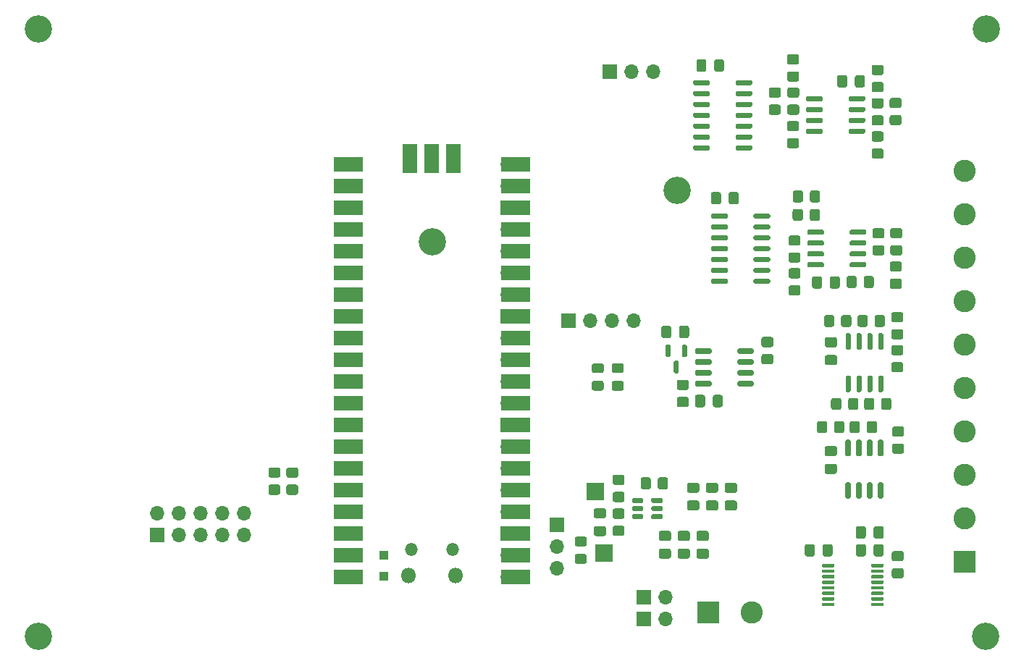
<source format=gts>
G04 #@! TF.GenerationSoftware,KiCad,Pcbnew,(6.0.6)*
G04 #@! TF.CreationDate,2024-03-22T15:25:42+01:00*
G04 #@! TF.ProjectId,pi-pico-itm39xxc-if,70692d70-6963-46f2-9d69-746d33397878,rev?*
G04 #@! TF.SameCoordinates,Original*
G04 #@! TF.FileFunction,Soldermask,Top*
G04 #@! TF.FilePolarity,Negative*
%FSLAX46Y46*%
G04 Gerber Fmt 4.6, Leading zero omitted, Abs format (unit mm)*
G04 Created by KiCad (PCBNEW (6.0.6)) date 2024-03-22 15:25:42*
%MOMM*%
%LPD*%
G01*
G04 APERTURE LIST*
%ADD10C,3.200000*%
%ADD11R,2.600000X2.600000*%
%ADD12C,2.600000*%
%ADD13R,1.700000X1.700000*%
%ADD14O,1.700000X1.700000*%
%ADD15R,2.000000X2.000000*%
%ADD16O,1.800000X1.800000*%
%ADD17O,1.500000X1.500000*%
%ADD18R,3.500000X1.700000*%
%ADD19R,1.700000X3.500000*%
%ADD20R,1.000000X1.000000*%
G04 APERTURE END LIST*
G36*
G01*
X156993000Y-62791200D02*
X156993000Y-63091200D01*
G75*
G02*
X156843000Y-63241200I-150000J0D01*
G01*
X155193000Y-63241200D01*
G75*
G02*
X155043000Y-63091200I0J150000D01*
G01*
X155043000Y-62791200D01*
G75*
G02*
X155193000Y-62641200I150000J0D01*
G01*
X156843000Y-62641200D01*
G75*
G02*
X156993000Y-62791200I0J-150000D01*
G01*
G37*
G36*
G01*
X156993000Y-61521200D02*
X156993000Y-61821200D01*
G75*
G02*
X156843000Y-61971200I-150000J0D01*
G01*
X155193000Y-61971200D01*
G75*
G02*
X155043000Y-61821200I0J150000D01*
G01*
X155043000Y-61521200D01*
G75*
G02*
X155193000Y-61371200I150000J0D01*
G01*
X156843000Y-61371200D01*
G75*
G02*
X156993000Y-61521200I0J-150000D01*
G01*
G37*
G36*
G01*
X156993000Y-60251200D02*
X156993000Y-60551200D01*
G75*
G02*
X156843000Y-60701200I-150000J0D01*
G01*
X155193000Y-60701200D01*
G75*
G02*
X155043000Y-60551200I0J150000D01*
G01*
X155043000Y-60251200D01*
G75*
G02*
X155193000Y-60101200I150000J0D01*
G01*
X156843000Y-60101200D01*
G75*
G02*
X156993000Y-60251200I0J-150000D01*
G01*
G37*
G36*
G01*
X156993000Y-58981200D02*
X156993000Y-59281200D01*
G75*
G02*
X156843000Y-59431200I-150000J0D01*
G01*
X155193000Y-59431200D01*
G75*
G02*
X155043000Y-59281200I0J150000D01*
G01*
X155043000Y-58981200D01*
G75*
G02*
X155193000Y-58831200I150000J0D01*
G01*
X156843000Y-58831200D01*
G75*
G02*
X156993000Y-58981200I0J-150000D01*
G01*
G37*
G36*
G01*
X152043000Y-58981200D02*
X152043000Y-59281200D01*
G75*
G02*
X151893000Y-59431200I-150000J0D01*
G01*
X150243000Y-59431200D01*
G75*
G02*
X150093000Y-59281200I0J150000D01*
G01*
X150093000Y-58981200D01*
G75*
G02*
X150243000Y-58831200I150000J0D01*
G01*
X151893000Y-58831200D01*
G75*
G02*
X152043000Y-58981200I0J-150000D01*
G01*
G37*
G36*
G01*
X152043000Y-60251200D02*
X152043000Y-60551200D01*
G75*
G02*
X151893000Y-60701200I-150000J0D01*
G01*
X150243000Y-60701200D01*
G75*
G02*
X150093000Y-60551200I0J150000D01*
G01*
X150093000Y-60251200D01*
G75*
G02*
X150243000Y-60101200I150000J0D01*
G01*
X151893000Y-60101200D01*
G75*
G02*
X152043000Y-60251200I0J-150000D01*
G01*
G37*
G36*
G01*
X152043000Y-61521200D02*
X152043000Y-61821200D01*
G75*
G02*
X151893000Y-61971200I-150000J0D01*
G01*
X150243000Y-61971200D01*
G75*
G02*
X150093000Y-61821200I0J150000D01*
G01*
X150093000Y-61521200D01*
G75*
G02*
X150243000Y-61371200I150000J0D01*
G01*
X151893000Y-61371200D01*
G75*
G02*
X152043000Y-61521200I0J-150000D01*
G01*
G37*
G36*
G01*
X152043000Y-62791200D02*
X152043000Y-63091200D01*
G75*
G02*
X151893000Y-63241200I-150000J0D01*
G01*
X150243000Y-63241200D01*
G75*
G02*
X150093000Y-63091200I0J150000D01*
G01*
X150093000Y-62791200D01*
G75*
G02*
X150243000Y-62641200I150000J0D01*
G01*
X151893000Y-62641200D01*
G75*
G02*
X152043000Y-62791200I0J-150000D01*
G01*
G37*
D10*
X106248200Y-60223400D03*
G36*
G01*
X158768200Y-46647500D02*
X157868200Y-46647500D01*
G75*
G02*
X157618200Y-46397500I0J250000D01*
G01*
X157618200Y-45697500D01*
G75*
G02*
X157868200Y-45447500I250000J0D01*
G01*
X158768200Y-45447500D01*
G75*
G02*
X159018200Y-45697500I0J-250000D01*
G01*
X159018200Y-46397500D01*
G75*
G02*
X158768200Y-46647500I-250000J0D01*
G01*
G37*
G36*
G01*
X158768200Y-44647500D02*
X157868200Y-44647500D01*
G75*
G02*
X157618200Y-44397500I0J250000D01*
G01*
X157618200Y-43697500D01*
G75*
G02*
X157868200Y-43447500I250000J0D01*
G01*
X158768200Y-43447500D01*
G75*
G02*
X159018200Y-43697500I0J-250000D01*
G01*
X159018200Y-44397500D01*
G75*
G02*
X158768200Y-44647500I-250000J0D01*
G01*
G37*
G36*
G01*
X138488400Y-88421900D02*
X139438400Y-88421900D01*
G75*
G02*
X139688400Y-88671900I0J-250000D01*
G01*
X139688400Y-89346900D01*
G75*
G02*
X139438400Y-89596900I-250000J0D01*
G01*
X138488400Y-89596900D01*
G75*
G02*
X138238400Y-89346900I0J250000D01*
G01*
X138238400Y-88671900D01*
G75*
G02*
X138488400Y-88421900I250000J0D01*
G01*
G37*
G36*
G01*
X138488400Y-90496900D02*
X139438400Y-90496900D01*
G75*
G02*
X139688400Y-90746900I0J-250000D01*
G01*
X139688400Y-91421900D01*
G75*
G02*
X139438400Y-91671900I-250000J0D01*
G01*
X138488400Y-91671900D01*
G75*
G02*
X138238400Y-91421900I0J250000D01*
G01*
X138238400Y-90746900D01*
G75*
G02*
X138488400Y-90496900I250000J0D01*
G01*
G37*
G36*
G01*
X125153000Y-74456600D02*
X126053000Y-74456600D01*
G75*
G02*
X126303000Y-74706600I0J-250000D01*
G01*
X126303000Y-75356600D01*
G75*
G02*
X126053000Y-75606600I-250000J0D01*
G01*
X125153000Y-75606600D01*
G75*
G02*
X124903000Y-75356600I0J250000D01*
G01*
X124903000Y-74706600D01*
G75*
G02*
X125153000Y-74456600I250000J0D01*
G01*
G37*
G36*
G01*
X125153000Y-76506600D02*
X126053000Y-76506600D01*
G75*
G02*
X126303000Y-76756600I0J-250000D01*
G01*
X126303000Y-77406600D01*
G75*
G02*
X126053000Y-77656600I-250000J0D01*
G01*
X125153000Y-77656600D01*
G75*
G02*
X124903000Y-77406600I0J250000D01*
G01*
X124903000Y-76756600D01*
G75*
G02*
X125153000Y-76506600I250000J0D01*
G01*
G37*
G36*
G01*
X159028800Y-95841800D02*
X159028800Y-96791800D01*
G75*
G02*
X158778800Y-97041800I-250000J0D01*
G01*
X158103800Y-97041800D01*
G75*
G02*
X157853800Y-96791800I0J250000D01*
G01*
X157853800Y-95841800D01*
G75*
G02*
X158103800Y-95591800I250000J0D01*
G01*
X158778800Y-95591800D01*
G75*
G02*
X159028800Y-95841800I0J-250000D01*
G01*
G37*
G36*
G01*
X156953800Y-95841800D02*
X156953800Y-96791800D01*
G75*
G02*
X156703800Y-97041800I-250000J0D01*
G01*
X156028800Y-97041800D01*
G75*
G02*
X155778800Y-96791800I0J250000D01*
G01*
X155778800Y-95841800D01*
G75*
G02*
X156028800Y-95591800I250000J0D01*
G01*
X156703800Y-95591800D01*
G75*
G02*
X156953800Y-95841800I0J-250000D01*
G01*
G37*
X170992800Y-106400600D03*
G36*
G01*
X157868200Y-47320400D02*
X158768200Y-47320400D01*
G75*
G02*
X159018200Y-47570400I0J-250000D01*
G01*
X159018200Y-48270400D01*
G75*
G02*
X158768200Y-48520400I-250000J0D01*
G01*
X157868200Y-48520400D01*
G75*
G02*
X157618200Y-48270400I0J250000D01*
G01*
X157618200Y-47570400D01*
G75*
G02*
X157868200Y-47320400I250000J0D01*
G01*
G37*
G36*
G01*
X157868200Y-49320400D02*
X158768200Y-49320400D01*
G75*
G02*
X159018200Y-49570400I0J-250000D01*
G01*
X159018200Y-50270400D01*
G75*
G02*
X158768200Y-50520400I-250000J0D01*
G01*
X157868200Y-50520400D01*
G75*
G02*
X157618200Y-50270400I0J250000D01*
G01*
X157618200Y-49570400D01*
G75*
G02*
X157868200Y-49320400I250000J0D01*
G01*
G37*
G36*
G01*
X161070200Y-75523400D02*
X160170200Y-75523400D01*
G75*
G02*
X159920200Y-75273400I0J250000D01*
G01*
X159920200Y-74573400D01*
G75*
G02*
X160170200Y-74323400I250000J0D01*
G01*
X161070200Y-74323400D01*
G75*
G02*
X161320200Y-74573400I0J-250000D01*
G01*
X161320200Y-75273400D01*
G75*
G02*
X161070200Y-75523400I-250000J0D01*
G01*
G37*
G36*
G01*
X161070200Y-73523400D02*
X160170200Y-73523400D01*
G75*
G02*
X159920200Y-73273400I0J250000D01*
G01*
X159920200Y-72573400D01*
G75*
G02*
X160170200Y-72323400I250000J0D01*
G01*
X161070200Y-72323400D01*
G75*
G02*
X161320200Y-72573400I0J-250000D01*
G01*
X161320200Y-73273400D01*
G75*
G02*
X161070200Y-73523400I-250000J0D01*
G01*
G37*
X60172600Y-35382200D03*
X171018200Y-35382200D03*
G36*
G01*
X88257800Y-89839600D02*
X87357800Y-89839600D01*
G75*
G02*
X87107800Y-89589600I0J250000D01*
G01*
X87107800Y-88889600D01*
G75*
G02*
X87357800Y-88639600I250000J0D01*
G01*
X88257800Y-88639600D01*
G75*
G02*
X88507800Y-88889600I0J-250000D01*
G01*
X88507800Y-89589600D01*
G75*
G02*
X88257800Y-89839600I-250000J0D01*
G01*
G37*
G36*
G01*
X88257800Y-87839600D02*
X87357800Y-87839600D01*
G75*
G02*
X87107800Y-87589600I0J250000D01*
G01*
X87107800Y-86889600D01*
G75*
G02*
X87357800Y-86639600I250000J0D01*
G01*
X88257800Y-86639600D01*
G75*
G02*
X88507800Y-86889600I0J-250000D01*
G01*
X88507800Y-87589600D01*
G75*
G02*
X88257800Y-87839600I-250000J0D01*
G01*
G37*
G36*
G01*
X133194200Y-92240000D02*
X133194200Y-92540000D01*
G75*
G02*
X133044200Y-92690000I-150000J0D01*
G01*
X132019200Y-92690000D01*
G75*
G02*
X131869200Y-92540000I0J150000D01*
G01*
X131869200Y-92240000D01*
G75*
G02*
X132019200Y-92090000I150000J0D01*
G01*
X133044200Y-92090000D01*
G75*
G02*
X133194200Y-92240000I0J-150000D01*
G01*
G37*
G36*
G01*
X133194200Y-91290000D02*
X133194200Y-91590000D01*
G75*
G02*
X133044200Y-91740000I-150000J0D01*
G01*
X132019200Y-91740000D01*
G75*
G02*
X131869200Y-91590000I0J150000D01*
G01*
X131869200Y-91290000D01*
G75*
G02*
X132019200Y-91140000I150000J0D01*
G01*
X133044200Y-91140000D01*
G75*
G02*
X133194200Y-91290000I0J-150000D01*
G01*
G37*
G36*
G01*
X133194200Y-90340000D02*
X133194200Y-90640000D01*
G75*
G02*
X133044200Y-90790000I-150000J0D01*
G01*
X132019200Y-90790000D01*
G75*
G02*
X131869200Y-90640000I0J150000D01*
G01*
X131869200Y-90340000D01*
G75*
G02*
X132019200Y-90190000I150000J0D01*
G01*
X133044200Y-90190000D01*
G75*
G02*
X133194200Y-90340000I0J-150000D01*
G01*
G37*
G36*
G01*
X130919200Y-90340000D02*
X130919200Y-90640000D01*
G75*
G02*
X130769200Y-90790000I-150000J0D01*
G01*
X129744200Y-90790000D01*
G75*
G02*
X129594200Y-90640000I0J150000D01*
G01*
X129594200Y-90340000D01*
G75*
G02*
X129744200Y-90190000I150000J0D01*
G01*
X130769200Y-90190000D01*
G75*
G02*
X130919200Y-90340000I0J-150000D01*
G01*
G37*
G36*
G01*
X130919200Y-91290000D02*
X130919200Y-91590000D01*
G75*
G02*
X130769200Y-91740000I-150000J0D01*
G01*
X129744200Y-91740000D01*
G75*
G02*
X129594200Y-91590000I0J150000D01*
G01*
X129594200Y-91290000D01*
G75*
G02*
X129744200Y-91140000I150000J0D01*
G01*
X130769200Y-91140000D01*
G75*
G02*
X130919200Y-91290000I0J-150000D01*
G01*
G37*
G36*
G01*
X130919200Y-92240000D02*
X130919200Y-92540000D01*
G75*
G02*
X130769200Y-92690000I-150000J0D01*
G01*
X129744200Y-92690000D01*
G75*
G02*
X129594200Y-92540000I0J150000D01*
G01*
X129594200Y-92240000D01*
G75*
G02*
X129744200Y-92090000I150000J0D01*
G01*
X130769200Y-92090000D01*
G75*
G02*
X130919200Y-92240000I0J-150000D01*
G01*
G37*
G36*
G01*
X152398200Y-71409400D02*
X153348200Y-71409400D01*
G75*
G02*
X153598200Y-71659400I0J-250000D01*
G01*
X153598200Y-72334400D01*
G75*
G02*
X153348200Y-72584400I-250000J0D01*
G01*
X152398200Y-72584400D01*
G75*
G02*
X152148200Y-72334400I0J250000D01*
G01*
X152148200Y-71659400D01*
G75*
G02*
X152398200Y-71409400I250000J0D01*
G01*
G37*
G36*
G01*
X152398200Y-73484400D02*
X153348200Y-73484400D01*
G75*
G02*
X153598200Y-73734400I0J-250000D01*
G01*
X153598200Y-74409400D01*
G75*
G02*
X153348200Y-74659400I-250000J0D01*
G01*
X152398200Y-74659400D01*
G75*
G02*
X152148200Y-74409400I0J250000D01*
G01*
X152148200Y-73734400D01*
G75*
G02*
X152398200Y-73484400I250000J0D01*
G01*
G37*
X60172600Y-106400600D03*
G36*
G01*
X135586600Y-72264400D02*
X135886600Y-72264400D01*
G75*
G02*
X136036600Y-72414400I0J-150000D01*
G01*
X136036600Y-73589400D01*
G75*
G02*
X135886600Y-73739400I-150000J0D01*
G01*
X135586600Y-73739400D01*
G75*
G02*
X135436600Y-73589400I0J150000D01*
G01*
X135436600Y-72414400D01*
G75*
G02*
X135586600Y-72264400I150000J0D01*
G01*
G37*
G36*
G01*
X133686600Y-72264400D02*
X133986600Y-72264400D01*
G75*
G02*
X134136600Y-72414400I0J-150000D01*
G01*
X134136600Y-73589400D01*
G75*
G02*
X133986600Y-73739400I-150000J0D01*
G01*
X133686600Y-73739400D01*
G75*
G02*
X133536600Y-73589400I0J150000D01*
G01*
X133536600Y-72414400D01*
G75*
G02*
X133686600Y-72264400I150000J0D01*
G01*
G37*
G36*
G01*
X134636600Y-74139400D02*
X134936600Y-74139400D01*
G75*
G02*
X135086600Y-74289400I0J-150000D01*
G01*
X135086600Y-75464400D01*
G75*
G02*
X134936600Y-75614400I-150000J0D01*
G01*
X134636600Y-75614400D01*
G75*
G02*
X134486600Y-75464400I0J150000D01*
G01*
X134486600Y-74289400D01*
G75*
G02*
X134636600Y-74139400I150000J0D01*
G01*
G37*
D11*
X168530000Y-97680000D03*
D12*
X168530000Y-92600000D03*
X168530000Y-87520000D03*
X168530000Y-82440000D03*
X168530000Y-77360000D03*
X168530000Y-72280000D03*
X168530000Y-67200000D03*
X168530000Y-62120000D03*
X168530000Y-57040000D03*
X168530000Y-51960000D03*
G36*
G01*
X136136400Y-97306800D02*
X135186400Y-97306800D01*
G75*
G02*
X134936400Y-97056800I0J250000D01*
G01*
X134936400Y-96381800D01*
G75*
G02*
X135186400Y-96131800I250000J0D01*
G01*
X136136400Y-96131800D01*
G75*
G02*
X136386400Y-96381800I0J-250000D01*
G01*
X136386400Y-97056800D01*
G75*
G02*
X136136400Y-97306800I-250000J0D01*
G01*
G37*
G36*
G01*
X136136400Y-95231800D02*
X135186400Y-95231800D01*
G75*
G02*
X134936400Y-94981800I0J250000D01*
G01*
X134936400Y-94306800D01*
G75*
G02*
X135186400Y-94056800I250000J0D01*
G01*
X136136400Y-94056800D01*
G75*
G02*
X136386400Y-94306800I0J-250000D01*
G01*
X136386400Y-94981800D01*
G75*
G02*
X136136400Y-95231800I-250000J0D01*
G01*
G37*
G36*
G01*
X127489800Y-74456600D02*
X128389800Y-74456600D01*
G75*
G02*
X128639800Y-74706600I0J-250000D01*
G01*
X128639800Y-75356600D01*
G75*
G02*
X128389800Y-75606600I-250000J0D01*
G01*
X127489800Y-75606600D01*
G75*
G02*
X127239800Y-75356600I0J250000D01*
G01*
X127239800Y-74706600D01*
G75*
G02*
X127489800Y-74456600I250000J0D01*
G01*
G37*
G36*
G01*
X127489800Y-76506600D02*
X128389800Y-76506600D01*
G75*
G02*
X128639800Y-76756600I0J-250000D01*
G01*
X128639800Y-77406600D01*
G75*
G02*
X128389800Y-77656600I-250000J0D01*
G01*
X127489800Y-77656600D01*
G75*
G02*
X127239800Y-77406600I0J250000D01*
G01*
X127239800Y-76756600D01*
G75*
G02*
X127489800Y-76506600I250000J0D01*
G01*
G37*
D13*
X130957400Y-104394000D03*
D14*
X133497400Y-104394000D03*
G36*
G01*
X148165400Y-63322400D02*
X149065400Y-63322400D01*
G75*
G02*
X149315400Y-63572400I0J-250000D01*
G01*
X149315400Y-64272400D01*
G75*
G02*
X149065400Y-64522400I-250000J0D01*
G01*
X148165400Y-64522400D01*
G75*
G02*
X147915400Y-64272400I0J250000D01*
G01*
X147915400Y-63572400D01*
G75*
G02*
X148165400Y-63322400I250000J0D01*
G01*
G37*
G36*
G01*
X148165400Y-65322400D02*
X149065400Y-65322400D01*
G75*
G02*
X149315400Y-65572400I0J-250000D01*
G01*
X149315400Y-66272400D01*
G75*
G02*
X149065400Y-66522400I-250000J0D01*
G01*
X148165400Y-66522400D01*
G75*
G02*
X147915400Y-66272400I0J250000D01*
G01*
X147915400Y-65572400D01*
G75*
G02*
X148165400Y-65322400I250000J0D01*
G01*
G37*
G36*
G01*
X137135200Y-40099000D02*
X137135200Y-39149000D01*
G75*
G02*
X137385200Y-38899000I250000J0D01*
G01*
X138060200Y-38899000D01*
G75*
G02*
X138310200Y-39149000I0J-250000D01*
G01*
X138310200Y-40099000D01*
G75*
G02*
X138060200Y-40349000I-250000J0D01*
G01*
X137385200Y-40349000D01*
G75*
G02*
X137135200Y-40099000I0J250000D01*
G01*
G37*
G36*
G01*
X139210200Y-40099000D02*
X139210200Y-39149000D01*
G75*
G02*
X139460200Y-38899000I250000J0D01*
G01*
X140135200Y-38899000D01*
G75*
G02*
X140385200Y-39149000I0J-250000D01*
G01*
X140385200Y-40099000D01*
G75*
G02*
X140135200Y-40349000I-250000J0D01*
G01*
X139460200Y-40349000D01*
G75*
G02*
X139210200Y-40099000I0J250000D01*
G01*
G37*
G36*
G01*
X158261200Y-81465000D02*
X158261200Y-82365000D01*
G75*
G02*
X158011200Y-82615000I-250000J0D01*
G01*
X157311200Y-82615000D01*
G75*
G02*
X157061200Y-82365000I0J250000D01*
G01*
X157061200Y-81465000D01*
G75*
G02*
X157311200Y-81215000I250000J0D01*
G01*
X158011200Y-81215000D01*
G75*
G02*
X158261200Y-81465000I0J-250000D01*
G01*
G37*
G36*
G01*
X156261200Y-81465000D02*
X156261200Y-82365000D01*
G75*
G02*
X156011200Y-82615000I-250000J0D01*
G01*
X155311200Y-82615000D01*
G75*
G02*
X155061200Y-82365000I0J250000D01*
G01*
X155061200Y-81465000D01*
G75*
G02*
X155311200Y-81215000I250000J0D01*
G01*
X156011200Y-81215000D01*
G75*
G02*
X156261200Y-81465000I0J-250000D01*
G01*
G37*
G36*
G01*
X144990400Y-71374200D02*
X145890400Y-71374200D01*
G75*
G02*
X146140400Y-71624200I0J-250000D01*
G01*
X146140400Y-72324200D01*
G75*
G02*
X145890400Y-72574200I-250000J0D01*
G01*
X144990400Y-72574200D01*
G75*
G02*
X144740400Y-72324200I0J250000D01*
G01*
X144740400Y-71624200D01*
G75*
G02*
X144990400Y-71374200I250000J0D01*
G01*
G37*
G36*
G01*
X144990400Y-73374200D02*
X145890400Y-73374200D01*
G75*
G02*
X146140400Y-73624200I0J-250000D01*
G01*
X146140400Y-74324200D01*
G75*
G02*
X145890400Y-74574200I-250000J0D01*
G01*
X144990400Y-74574200D01*
G75*
G02*
X144740400Y-74324200I0J250000D01*
G01*
X144740400Y-73624200D01*
G75*
G02*
X144990400Y-73374200I250000J0D01*
G01*
G37*
G36*
G01*
X154686200Y-65397800D02*
X154686200Y-64497800D01*
G75*
G02*
X154936200Y-64247800I250000J0D01*
G01*
X155636200Y-64247800D01*
G75*
G02*
X155886200Y-64497800I0J-250000D01*
G01*
X155886200Y-65397800D01*
G75*
G02*
X155636200Y-65647800I-250000J0D01*
G01*
X154936200Y-65647800D01*
G75*
G02*
X154686200Y-65397800I0J250000D01*
G01*
G37*
G36*
G01*
X156686200Y-65397800D02*
X156686200Y-64497800D01*
G75*
G02*
X156936200Y-64247800I250000J0D01*
G01*
X157636200Y-64247800D01*
G75*
G02*
X157886200Y-64497800I0J-250000D01*
G01*
X157886200Y-65397800D01*
G75*
G02*
X157636200Y-65647800I-250000J0D01*
G01*
X156936200Y-65647800D01*
G75*
G02*
X156686200Y-65397800I0J250000D01*
G01*
G37*
G36*
G01*
X145854000Y-42189600D02*
X146754000Y-42189600D01*
G75*
G02*
X147004000Y-42439600I0J-250000D01*
G01*
X147004000Y-43139600D01*
G75*
G02*
X146754000Y-43389600I-250000J0D01*
G01*
X145854000Y-43389600D01*
G75*
G02*
X145604000Y-43139600I0J250000D01*
G01*
X145604000Y-42439600D01*
G75*
G02*
X145854000Y-42189600I250000J0D01*
G01*
G37*
G36*
G01*
X145854000Y-44189600D02*
X146754000Y-44189600D01*
G75*
G02*
X147004000Y-44439600I0J-250000D01*
G01*
X147004000Y-45139600D01*
G75*
G02*
X146754000Y-45389600I-250000J0D01*
G01*
X145854000Y-45389600D01*
G75*
G02*
X145604000Y-45139600I0J250000D01*
G01*
X145604000Y-44439600D01*
G75*
G02*
X145854000Y-44189600I250000J0D01*
G01*
G37*
G36*
G01*
X126332000Y-94661300D02*
X125382000Y-94661300D01*
G75*
G02*
X125132000Y-94411300I0J250000D01*
G01*
X125132000Y-93736300D01*
G75*
G02*
X125382000Y-93486300I250000J0D01*
G01*
X126332000Y-93486300D01*
G75*
G02*
X126582000Y-93736300I0J-250000D01*
G01*
X126582000Y-94411300D01*
G75*
G02*
X126332000Y-94661300I-250000J0D01*
G01*
G37*
G36*
G01*
X126332000Y-92586300D02*
X125382000Y-92586300D01*
G75*
G02*
X125132000Y-92336300I0J250000D01*
G01*
X125132000Y-91661300D01*
G75*
G02*
X125382000Y-91411300I250000J0D01*
G01*
X126332000Y-91411300D01*
G75*
G02*
X126582000Y-91661300I0J-250000D01*
G01*
X126582000Y-92336300D01*
G75*
G02*
X126332000Y-92586300I-250000J0D01*
G01*
G37*
G36*
G01*
X157868200Y-39548000D02*
X158768200Y-39548000D01*
G75*
G02*
X159018200Y-39798000I0J-250000D01*
G01*
X159018200Y-40498000D01*
G75*
G02*
X158768200Y-40748000I-250000J0D01*
G01*
X157868200Y-40748000D01*
G75*
G02*
X157618200Y-40498000I0J250000D01*
G01*
X157618200Y-39798000D01*
G75*
G02*
X157868200Y-39548000I250000J0D01*
G01*
G37*
G36*
G01*
X157868200Y-41548000D02*
X158768200Y-41548000D01*
G75*
G02*
X159018200Y-41798000I0J-250000D01*
G01*
X159018200Y-42498000D01*
G75*
G02*
X158768200Y-42748000I-250000J0D01*
G01*
X157868200Y-42748000D01*
G75*
G02*
X157618200Y-42498000I0J250000D01*
G01*
X157618200Y-41798000D01*
G75*
G02*
X157868200Y-41548000I250000J0D01*
G01*
G37*
G36*
G01*
X148403000Y-55390200D02*
X148403000Y-54490200D01*
G75*
G02*
X148653000Y-54240200I250000J0D01*
G01*
X149353000Y-54240200D01*
G75*
G02*
X149603000Y-54490200I0J-250000D01*
G01*
X149603000Y-55390200D01*
G75*
G02*
X149353000Y-55640200I-250000J0D01*
G01*
X148653000Y-55640200D01*
G75*
G02*
X148403000Y-55390200I0J250000D01*
G01*
G37*
G36*
G01*
X150403000Y-55390200D02*
X150403000Y-54490200D01*
G75*
G02*
X150653000Y-54240200I250000J0D01*
G01*
X151353000Y-54240200D01*
G75*
G02*
X151603000Y-54490200I0J-250000D01*
G01*
X151603000Y-55390200D01*
G75*
G02*
X151353000Y-55640200I-250000J0D01*
G01*
X150653000Y-55640200D01*
G75*
G02*
X150403000Y-55390200I0J250000D01*
G01*
G37*
G36*
G01*
X160170200Y-68462600D02*
X161070200Y-68462600D01*
G75*
G02*
X161320200Y-68712600I0J-250000D01*
G01*
X161320200Y-69412600D01*
G75*
G02*
X161070200Y-69662600I-250000J0D01*
G01*
X160170200Y-69662600D01*
G75*
G02*
X159920200Y-69412600I0J250000D01*
G01*
X159920200Y-68712600D01*
G75*
G02*
X160170200Y-68462600I250000J0D01*
G01*
G37*
G36*
G01*
X160170200Y-70462600D02*
X161070200Y-70462600D01*
G75*
G02*
X161320200Y-70712600I0J-250000D01*
G01*
X161320200Y-71412600D01*
G75*
G02*
X161070200Y-71662600I-250000J0D01*
G01*
X160170200Y-71662600D01*
G75*
G02*
X159920200Y-71412600I0J250000D01*
G01*
X159920200Y-70712600D01*
G75*
G02*
X160170200Y-70462600I250000J0D01*
G01*
G37*
G36*
G01*
X148387000Y-57549200D02*
X148387000Y-56649200D01*
G75*
G02*
X148637000Y-56399200I250000J0D01*
G01*
X149337000Y-56399200D01*
G75*
G02*
X149587000Y-56649200I0J-250000D01*
G01*
X149587000Y-57549200D01*
G75*
G02*
X149337000Y-57799200I-250000J0D01*
G01*
X148637000Y-57799200D01*
G75*
G02*
X148387000Y-57549200I0J250000D01*
G01*
G37*
G36*
G01*
X150387000Y-57549200D02*
X150387000Y-56649200D01*
G75*
G02*
X150637000Y-56399200I250000J0D01*
G01*
X151337000Y-56399200D01*
G75*
G02*
X151587000Y-56649200I0J-250000D01*
G01*
X151587000Y-57549200D01*
G75*
G02*
X151337000Y-57799200I-250000J0D01*
G01*
X150637000Y-57799200D01*
G75*
G02*
X150387000Y-57549200I0J250000D01*
G01*
G37*
G36*
G01*
X136775200Y-41780600D02*
X136775200Y-41480600D01*
G75*
G02*
X136925200Y-41330600I150000J0D01*
G01*
X138575200Y-41330600D01*
G75*
G02*
X138725200Y-41480600I0J-150000D01*
G01*
X138725200Y-41780600D01*
G75*
G02*
X138575200Y-41930600I-150000J0D01*
G01*
X136925200Y-41930600D01*
G75*
G02*
X136775200Y-41780600I0J150000D01*
G01*
G37*
G36*
G01*
X136775200Y-43050600D02*
X136775200Y-42750600D01*
G75*
G02*
X136925200Y-42600600I150000J0D01*
G01*
X138575200Y-42600600D01*
G75*
G02*
X138725200Y-42750600I0J-150000D01*
G01*
X138725200Y-43050600D01*
G75*
G02*
X138575200Y-43200600I-150000J0D01*
G01*
X136925200Y-43200600D01*
G75*
G02*
X136775200Y-43050600I0J150000D01*
G01*
G37*
G36*
G01*
X136775200Y-44320600D02*
X136775200Y-44020600D01*
G75*
G02*
X136925200Y-43870600I150000J0D01*
G01*
X138575200Y-43870600D01*
G75*
G02*
X138725200Y-44020600I0J-150000D01*
G01*
X138725200Y-44320600D01*
G75*
G02*
X138575200Y-44470600I-150000J0D01*
G01*
X136925200Y-44470600D01*
G75*
G02*
X136775200Y-44320600I0J150000D01*
G01*
G37*
G36*
G01*
X136775200Y-45590600D02*
X136775200Y-45290600D01*
G75*
G02*
X136925200Y-45140600I150000J0D01*
G01*
X138575200Y-45140600D01*
G75*
G02*
X138725200Y-45290600I0J-150000D01*
G01*
X138725200Y-45590600D01*
G75*
G02*
X138575200Y-45740600I-150000J0D01*
G01*
X136925200Y-45740600D01*
G75*
G02*
X136775200Y-45590600I0J150000D01*
G01*
G37*
G36*
G01*
X136775200Y-46860600D02*
X136775200Y-46560600D01*
G75*
G02*
X136925200Y-46410600I150000J0D01*
G01*
X138575200Y-46410600D01*
G75*
G02*
X138725200Y-46560600I0J-150000D01*
G01*
X138725200Y-46860600D01*
G75*
G02*
X138575200Y-47010600I-150000J0D01*
G01*
X136925200Y-47010600D01*
G75*
G02*
X136775200Y-46860600I0J150000D01*
G01*
G37*
G36*
G01*
X136775200Y-48130600D02*
X136775200Y-47830600D01*
G75*
G02*
X136925200Y-47680600I150000J0D01*
G01*
X138575200Y-47680600D01*
G75*
G02*
X138725200Y-47830600I0J-150000D01*
G01*
X138725200Y-48130600D01*
G75*
G02*
X138575200Y-48280600I-150000J0D01*
G01*
X136925200Y-48280600D01*
G75*
G02*
X136775200Y-48130600I0J150000D01*
G01*
G37*
G36*
G01*
X136775200Y-49400600D02*
X136775200Y-49100600D01*
G75*
G02*
X136925200Y-48950600I150000J0D01*
G01*
X138575200Y-48950600D01*
G75*
G02*
X138725200Y-49100600I0J-150000D01*
G01*
X138725200Y-49400600D01*
G75*
G02*
X138575200Y-49550600I-150000J0D01*
G01*
X136925200Y-49550600D01*
G75*
G02*
X136775200Y-49400600I0J150000D01*
G01*
G37*
G36*
G01*
X141725200Y-49400600D02*
X141725200Y-49100600D01*
G75*
G02*
X141875200Y-48950600I150000J0D01*
G01*
X143525200Y-48950600D01*
G75*
G02*
X143675200Y-49100600I0J-150000D01*
G01*
X143675200Y-49400600D01*
G75*
G02*
X143525200Y-49550600I-150000J0D01*
G01*
X141875200Y-49550600D01*
G75*
G02*
X141725200Y-49400600I0J150000D01*
G01*
G37*
G36*
G01*
X141725200Y-48130600D02*
X141725200Y-47830600D01*
G75*
G02*
X141875200Y-47680600I150000J0D01*
G01*
X143525200Y-47680600D01*
G75*
G02*
X143675200Y-47830600I0J-150000D01*
G01*
X143675200Y-48130600D01*
G75*
G02*
X143525200Y-48280600I-150000J0D01*
G01*
X141875200Y-48280600D01*
G75*
G02*
X141725200Y-48130600I0J150000D01*
G01*
G37*
G36*
G01*
X141725200Y-46860600D02*
X141725200Y-46560600D01*
G75*
G02*
X141875200Y-46410600I150000J0D01*
G01*
X143525200Y-46410600D01*
G75*
G02*
X143675200Y-46560600I0J-150000D01*
G01*
X143675200Y-46860600D01*
G75*
G02*
X143525200Y-47010600I-150000J0D01*
G01*
X141875200Y-47010600D01*
G75*
G02*
X141725200Y-46860600I0J150000D01*
G01*
G37*
G36*
G01*
X141725200Y-45590600D02*
X141725200Y-45290600D01*
G75*
G02*
X141875200Y-45140600I150000J0D01*
G01*
X143525200Y-45140600D01*
G75*
G02*
X143675200Y-45290600I0J-150000D01*
G01*
X143675200Y-45590600D01*
G75*
G02*
X143525200Y-45740600I-150000J0D01*
G01*
X141875200Y-45740600D01*
G75*
G02*
X141725200Y-45590600I0J150000D01*
G01*
G37*
G36*
G01*
X141725200Y-44320600D02*
X141725200Y-44020600D01*
G75*
G02*
X141875200Y-43870600I150000J0D01*
G01*
X143525200Y-43870600D01*
G75*
G02*
X143675200Y-44020600I0J-150000D01*
G01*
X143675200Y-44320600D01*
G75*
G02*
X143525200Y-44470600I-150000J0D01*
G01*
X141875200Y-44470600D01*
G75*
G02*
X141725200Y-44320600I0J150000D01*
G01*
G37*
G36*
G01*
X141725200Y-43050600D02*
X141725200Y-42750600D01*
G75*
G02*
X141875200Y-42600600I150000J0D01*
G01*
X143525200Y-42600600D01*
G75*
G02*
X143675200Y-42750600I0J-150000D01*
G01*
X143675200Y-43050600D01*
G75*
G02*
X143525200Y-43200600I-150000J0D01*
G01*
X141875200Y-43200600D01*
G75*
G02*
X141725200Y-43050600I0J150000D01*
G01*
G37*
G36*
G01*
X141725200Y-41780600D02*
X141725200Y-41480600D01*
G75*
G02*
X141875200Y-41330600I150000J0D01*
G01*
X143525200Y-41330600D01*
G75*
G02*
X143675200Y-41480600I0J-150000D01*
G01*
X143675200Y-41780600D01*
G75*
G02*
X143525200Y-41930600I-150000J0D01*
G01*
X141875200Y-41930600D01*
G75*
G02*
X141725200Y-41780600I0J150000D01*
G01*
G37*
D15*
X126365000Y-96647000D03*
D11*
X138508000Y-103629000D03*
D12*
X143588000Y-103629000D03*
G36*
G01*
X147987600Y-46110600D02*
X148887600Y-46110600D01*
G75*
G02*
X149137600Y-46360600I0J-250000D01*
G01*
X149137600Y-47060600D01*
G75*
G02*
X148887600Y-47310600I-250000J0D01*
G01*
X147987600Y-47310600D01*
G75*
G02*
X147737600Y-47060600I0J250000D01*
G01*
X147737600Y-46360600D01*
G75*
G02*
X147987600Y-46110600I250000J0D01*
G01*
G37*
G36*
G01*
X147987600Y-48110600D02*
X148887600Y-48110600D01*
G75*
G02*
X149137600Y-48360600I0J-250000D01*
G01*
X149137600Y-49060600D01*
G75*
G02*
X148887600Y-49310600I-250000J0D01*
G01*
X147987600Y-49310600D01*
G75*
G02*
X147737600Y-49060600I0J250000D01*
G01*
X147737600Y-48360600D01*
G75*
G02*
X147987600Y-48110600I250000J0D01*
G01*
G37*
G36*
G01*
X128491400Y-94640200D02*
X127591400Y-94640200D01*
G75*
G02*
X127341400Y-94390200I0J250000D01*
G01*
X127341400Y-93690200D01*
G75*
G02*
X127591400Y-93440200I250000J0D01*
G01*
X128491400Y-93440200D01*
G75*
G02*
X128741400Y-93690200I0J-250000D01*
G01*
X128741400Y-94390200D01*
G75*
G02*
X128491400Y-94640200I-250000J0D01*
G01*
G37*
G36*
G01*
X128491400Y-92640200D02*
X127591400Y-92640200D01*
G75*
G02*
X127341400Y-92390200I0J250000D01*
G01*
X127341400Y-91690200D01*
G75*
G02*
X127591400Y-91440200I250000J0D01*
G01*
X128491400Y-91440200D01*
G75*
G02*
X128741400Y-91690200I0J-250000D01*
G01*
X128741400Y-92390200D01*
G75*
G02*
X128491400Y-92640200I-250000J0D01*
G01*
G37*
G36*
G01*
X130623000Y-88943600D02*
X130623000Y-88043600D01*
G75*
G02*
X130873000Y-87793600I250000J0D01*
G01*
X131573000Y-87793600D01*
G75*
G02*
X131823000Y-88043600I0J-250000D01*
G01*
X131823000Y-88943600D01*
G75*
G02*
X131573000Y-89193600I-250000J0D01*
G01*
X130873000Y-89193600D01*
G75*
G02*
X130623000Y-88943600I0J250000D01*
G01*
G37*
G36*
G01*
X132623000Y-88943600D02*
X132623000Y-88043600D01*
G75*
G02*
X132873000Y-87793600I250000J0D01*
G01*
X133573000Y-87793600D01*
G75*
G02*
X133823000Y-88043600I0J-250000D01*
G01*
X133823000Y-88943600D01*
G75*
G02*
X133573000Y-89193600I-250000J0D01*
G01*
X132873000Y-89193600D01*
G75*
G02*
X132623000Y-88943600I0J250000D01*
G01*
G37*
G36*
G01*
X155013800Y-90292600D02*
X154713800Y-90292600D01*
G75*
G02*
X154563800Y-90142600I0J150000D01*
G01*
X154563800Y-88492600D01*
G75*
G02*
X154713800Y-88342600I150000J0D01*
G01*
X155013800Y-88342600D01*
G75*
G02*
X155163800Y-88492600I0J-150000D01*
G01*
X155163800Y-90142600D01*
G75*
G02*
X155013800Y-90292600I-150000J0D01*
G01*
G37*
G36*
G01*
X156283800Y-90292600D02*
X155983800Y-90292600D01*
G75*
G02*
X155833800Y-90142600I0J150000D01*
G01*
X155833800Y-88492600D01*
G75*
G02*
X155983800Y-88342600I150000J0D01*
G01*
X156283800Y-88342600D01*
G75*
G02*
X156433800Y-88492600I0J-150000D01*
G01*
X156433800Y-90142600D01*
G75*
G02*
X156283800Y-90292600I-150000J0D01*
G01*
G37*
G36*
G01*
X157553800Y-90292600D02*
X157253800Y-90292600D01*
G75*
G02*
X157103800Y-90142600I0J150000D01*
G01*
X157103800Y-88492600D01*
G75*
G02*
X157253800Y-88342600I150000J0D01*
G01*
X157553800Y-88342600D01*
G75*
G02*
X157703800Y-88492600I0J-150000D01*
G01*
X157703800Y-90142600D01*
G75*
G02*
X157553800Y-90292600I-150000J0D01*
G01*
G37*
G36*
G01*
X158823800Y-90292600D02*
X158523800Y-90292600D01*
G75*
G02*
X158373800Y-90142600I0J150000D01*
G01*
X158373800Y-88492600D01*
G75*
G02*
X158523800Y-88342600I150000J0D01*
G01*
X158823800Y-88342600D01*
G75*
G02*
X158973800Y-88492600I0J-150000D01*
G01*
X158973800Y-90142600D01*
G75*
G02*
X158823800Y-90292600I-150000J0D01*
G01*
G37*
G36*
G01*
X158823800Y-85342600D02*
X158523800Y-85342600D01*
G75*
G02*
X158373800Y-85192600I0J150000D01*
G01*
X158373800Y-83542600D01*
G75*
G02*
X158523800Y-83392600I150000J0D01*
G01*
X158823800Y-83392600D01*
G75*
G02*
X158973800Y-83542600I0J-150000D01*
G01*
X158973800Y-85192600D01*
G75*
G02*
X158823800Y-85342600I-150000J0D01*
G01*
G37*
G36*
G01*
X157553800Y-85342600D02*
X157253800Y-85342600D01*
G75*
G02*
X157103800Y-85192600I0J150000D01*
G01*
X157103800Y-83542600D01*
G75*
G02*
X157253800Y-83392600I150000J0D01*
G01*
X157553800Y-83392600D01*
G75*
G02*
X157703800Y-83542600I0J-150000D01*
G01*
X157703800Y-85192600D01*
G75*
G02*
X157553800Y-85342600I-150000J0D01*
G01*
G37*
G36*
G01*
X156283800Y-85342600D02*
X155983800Y-85342600D01*
G75*
G02*
X155833800Y-85192600I0J150000D01*
G01*
X155833800Y-83542600D01*
G75*
G02*
X155983800Y-83392600I150000J0D01*
G01*
X156283800Y-83392600D01*
G75*
G02*
X156433800Y-83542600I0J-150000D01*
G01*
X156433800Y-85192600D01*
G75*
G02*
X156283800Y-85342600I-150000J0D01*
G01*
G37*
G36*
G01*
X155013800Y-85342600D02*
X154713800Y-85342600D01*
G75*
G02*
X154563800Y-85192600I0J150000D01*
G01*
X154563800Y-83542600D01*
G75*
G02*
X154713800Y-83392600I150000J0D01*
G01*
X155013800Y-83392600D01*
G75*
G02*
X155163800Y-83542600I0J-150000D01*
G01*
X155163800Y-85192600D01*
G75*
G02*
X155013800Y-85342600I-150000J0D01*
G01*
G37*
G36*
G01*
X136971600Y-79342000D02*
X136971600Y-78392000D01*
G75*
G02*
X137221600Y-78142000I250000J0D01*
G01*
X137896600Y-78142000D01*
G75*
G02*
X138146600Y-78392000I0J-250000D01*
G01*
X138146600Y-79342000D01*
G75*
G02*
X137896600Y-79592000I-250000J0D01*
G01*
X137221600Y-79592000D01*
G75*
G02*
X136971600Y-79342000I0J250000D01*
G01*
G37*
G36*
G01*
X139046600Y-79342000D02*
X139046600Y-78392000D01*
G75*
G02*
X139296600Y-78142000I250000J0D01*
G01*
X139971600Y-78142000D01*
G75*
G02*
X140221600Y-78392000I0J-250000D01*
G01*
X140221600Y-79342000D01*
G75*
G02*
X139971600Y-79592000I-250000J0D01*
G01*
X139296600Y-79592000D01*
G75*
G02*
X139046600Y-79342000I0J250000D01*
G01*
G37*
G36*
G01*
X128491400Y-90687200D02*
X127591400Y-90687200D01*
G75*
G02*
X127341400Y-90437200I0J250000D01*
G01*
X127341400Y-89737200D01*
G75*
G02*
X127591400Y-89487200I250000J0D01*
G01*
X128491400Y-89487200D01*
G75*
G02*
X128741400Y-89737200I0J-250000D01*
G01*
X128741400Y-90437200D01*
G75*
G02*
X128491400Y-90687200I-250000J0D01*
G01*
G37*
G36*
G01*
X128491400Y-88687200D02*
X127591400Y-88687200D01*
G75*
G02*
X127341400Y-88437200I0J250000D01*
G01*
X127341400Y-87737200D01*
G75*
G02*
X127591400Y-87487200I250000J0D01*
G01*
X128491400Y-87487200D01*
G75*
G02*
X128741400Y-87737200I0J-250000D01*
G01*
X128741400Y-88437200D01*
G75*
G02*
X128491400Y-88687200I-250000J0D01*
G01*
G37*
D13*
X120802400Y-93309200D03*
D14*
X120802400Y-95849200D03*
X120802400Y-98389200D03*
D15*
X125349000Y-89484200D03*
G36*
G01*
X151822600Y-98205800D02*
X151822600Y-98005800D01*
G75*
G02*
X151922600Y-97905800I100000J0D01*
G01*
X153197600Y-97905800D01*
G75*
G02*
X153297600Y-98005800I0J-100000D01*
G01*
X153297600Y-98205800D01*
G75*
G02*
X153197600Y-98305800I-100000J0D01*
G01*
X151922600Y-98305800D01*
G75*
G02*
X151822600Y-98205800I0J100000D01*
G01*
G37*
G36*
G01*
X151822600Y-98855800D02*
X151822600Y-98655800D01*
G75*
G02*
X151922600Y-98555800I100000J0D01*
G01*
X153197600Y-98555800D01*
G75*
G02*
X153297600Y-98655800I0J-100000D01*
G01*
X153297600Y-98855800D01*
G75*
G02*
X153197600Y-98955800I-100000J0D01*
G01*
X151922600Y-98955800D01*
G75*
G02*
X151822600Y-98855800I0J100000D01*
G01*
G37*
G36*
G01*
X151822600Y-99505800D02*
X151822600Y-99305800D01*
G75*
G02*
X151922600Y-99205800I100000J0D01*
G01*
X153197600Y-99205800D01*
G75*
G02*
X153297600Y-99305800I0J-100000D01*
G01*
X153297600Y-99505800D01*
G75*
G02*
X153197600Y-99605800I-100000J0D01*
G01*
X151922600Y-99605800D01*
G75*
G02*
X151822600Y-99505800I0J100000D01*
G01*
G37*
G36*
G01*
X151822600Y-100155800D02*
X151822600Y-99955800D01*
G75*
G02*
X151922600Y-99855800I100000J0D01*
G01*
X153197600Y-99855800D01*
G75*
G02*
X153297600Y-99955800I0J-100000D01*
G01*
X153297600Y-100155800D01*
G75*
G02*
X153197600Y-100255800I-100000J0D01*
G01*
X151922600Y-100255800D01*
G75*
G02*
X151822600Y-100155800I0J100000D01*
G01*
G37*
G36*
G01*
X151822600Y-100805800D02*
X151822600Y-100605800D01*
G75*
G02*
X151922600Y-100505800I100000J0D01*
G01*
X153197600Y-100505800D01*
G75*
G02*
X153297600Y-100605800I0J-100000D01*
G01*
X153297600Y-100805800D01*
G75*
G02*
X153197600Y-100905800I-100000J0D01*
G01*
X151922600Y-100905800D01*
G75*
G02*
X151822600Y-100805800I0J100000D01*
G01*
G37*
G36*
G01*
X151822600Y-101455800D02*
X151822600Y-101255800D01*
G75*
G02*
X151922600Y-101155800I100000J0D01*
G01*
X153197600Y-101155800D01*
G75*
G02*
X153297600Y-101255800I0J-100000D01*
G01*
X153297600Y-101455800D01*
G75*
G02*
X153197600Y-101555800I-100000J0D01*
G01*
X151922600Y-101555800D01*
G75*
G02*
X151822600Y-101455800I0J100000D01*
G01*
G37*
G36*
G01*
X151822600Y-102105800D02*
X151822600Y-101905800D01*
G75*
G02*
X151922600Y-101805800I100000J0D01*
G01*
X153197600Y-101805800D01*
G75*
G02*
X153297600Y-101905800I0J-100000D01*
G01*
X153297600Y-102105800D01*
G75*
G02*
X153197600Y-102205800I-100000J0D01*
G01*
X151922600Y-102205800D01*
G75*
G02*
X151822600Y-102105800I0J100000D01*
G01*
G37*
G36*
G01*
X151822600Y-102755800D02*
X151822600Y-102555800D01*
G75*
G02*
X151922600Y-102455800I100000J0D01*
G01*
X153197600Y-102455800D01*
G75*
G02*
X153297600Y-102555800I0J-100000D01*
G01*
X153297600Y-102755800D01*
G75*
G02*
X153197600Y-102855800I-100000J0D01*
G01*
X151922600Y-102855800D01*
G75*
G02*
X151822600Y-102755800I0J100000D01*
G01*
G37*
G36*
G01*
X157547600Y-102755800D02*
X157547600Y-102555800D01*
G75*
G02*
X157647600Y-102455800I100000J0D01*
G01*
X158922600Y-102455800D01*
G75*
G02*
X159022600Y-102555800I0J-100000D01*
G01*
X159022600Y-102755800D01*
G75*
G02*
X158922600Y-102855800I-100000J0D01*
G01*
X157647600Y-102855800D01*
G75*
G02*
X157547600Y-102755800I0J100000D01*
G01*
G37*
G36*
G01*
X157547600Y-102105800D02*
X157547600Y-101905800D01*
G75*
G02*
X157647600Y-101805800I100000J0D01*
G01*
X158922600Y-101805800D01*
G75*
G02*
X159022600Y-101905800I0J-100000D01*
G01*
X159022600Y-102105800D01*
G75*
G02*
X158922600Y-102205800I-100000J0D01*
G01*
X157647600Y-102205800D01*
G75*
G02*
X157547600Y-102105800I0J100000D01*
G01*
G37*
G36*
G01*
X157547600Y-101455800D02*
X157547600Y-101255800D01*
G75*
G02*
X157647600Y-101155800I100000J0D01*
G01*
X158922600Y-101155800D01*
G75*
G02*
X159022600Y-101255800I0J-100000D01*
G01*
X159022600Y-101455800D01*
G75*
G02*
X158922600Y-101555800I-100000J0D01*
G01*
X157647600Y-101555800D01*
G75*
G02*
X157547600Y-101455800I0J100000D01*
G01*
G37*
G36*
G01*
X157547600Y-100805800D02*
X157547600Y-100605800D01*
G75*
G02*
X157647600Y-100505800I100000J0D01*
G01*
X158922600Y-100505800D01*
G75*
G02*
X159022600Y-100605800I0J-100000D01*
G01*
X159022600Y-100805800D01*
G75*
G02*
X158922600Y-100905800I-100000J0D01*
G01*
X157647600Y-100905800D01*
G75*
G02*
X157547600Y-100805800I0J100000D01*
G01*
G37*
G36*
G01*
X157547600Y-100155800D02*
X157547600Y-99955800D01*
G75*
G02*
X157647600Y-99855800I100000J0D01*
G01*
X158922600Y-99855800D01*
G75*
G02*
X159022600Y-99955800I0J-100000D01*
G01*
X159022600Y-100155800D01*
G75*
G02*
X158922600Y-100255800I-100000J0D01*
G01*
X157647600Y-100255800D01*
G75*
G02*
X157547600Y-100155800I0J100000D01*
G01*
G37*
G36*
G01*
X157547600Y-99505800D02*
X157547600Y-99305800D01*
G75*
G02*
X157647600Y-99205800I100000J0D01*
G01*
X158922600Y-99205800D01*
G75*
G02*
X159022600Y-99305800I0J-100000D01*
G01*
X159022600Y-99505800D01*
G75*
G02*
X158922600Y-99605800I-100000J0D01*
G01*
X157647600Y-99605800D01*
G75*
G02*
X157547600Y-99505800I0J100000D01*
G01*
G37*
G36*
G01*
X157547600Y-98855800D02*
X157547600Y-98655800D01*
G75*
G02*
X157647600Y-98555800I100000J0D01*
G01*
X158922600Y-98555800D01*
G75*
G02*
X159022600Y-98655800I0J-100000D01*
G01*
X159022600Y-98855800D01*
G75*
G02*
X158922600Y-98955800I-100000J0D01*
G01*
X157647600Y-98955800D01*
G75*
G02*
X157547600Y-98855800I0J100000D01*
G01*
G37*
G36*
G01*
X157547600Y-98205800D02*
X157547600Y-98005800D01*
G75*
G02*
X157647600Y-97905800I100000J0D01*
G01*
X158922600Y-97905800D01*
G75*
G02*
X159022600Y-98005800I0J-100000D01*
G01*
X159022600Y-98205800D01*
G75*
G02*
X158922600Y-98305800I-100000J0D01*
G01*
X157647600Y-98305800D01*
G75*
G02*
X157547600Y-98205800I0J100000D01*
G01*
G37*
D16*
X108947800Y-99285600D03*
X103497800Y-99285600D03*
D17*
X103797800Y-96255600D03*
X108647800Y-96255600D03*
D18*
X116012800Y-99415600D03*
D14*
X115112800Y-99415600D03*
D18*
X116012800Y-96875600D03*
D14*
X115112800Y-96875600D03*
D18*
X116012800Y-94335600D03*
D13*
X115112800Y-94335600D03*
D14*
X115112800Y-91795600D03*
D18*
X116012800Y-91795600D03*
D14*
X115112800Y-89255600D03*
D18*
X116012800Y-89255600D03*
D14*
X115112800Y-86715600D03*
D18*
X116012800Y-86715600D03*
D14*
X115112800Y-84175600D03*
D18*
X116012800Y-84175600D03*
D13*
X115112800Y-81635600D03*
D18*
X116012800Y-81635600D03*
X116012800Y-79095600D03*
D14*
X115112800Y-79095600D03*
D18*
X116012800Y-76555600D03*
D14*
X115112800Y-76555600D03*
D18*
X116012800Y-74015600D03*
D14*
X115112800Y-74015600D03*
D18*
X116012800Y-71475600D03*
D14*
X115112800Y-71475600D03*
D13*
X115112800Y-68935600D03*
D18*
X116012800Y-68935600D03*
X116012800Y-66395600D03*
D14*
X115112800Y-66395600D03*
D18*
X116012800Y-63855600D03*
D14*
X115112800Y-63855600D03*
D18*
X116012800Y-61315600D03*
D14*
X115112800Y-61315600D03*
D18*
X116012800Y-58775600D03*
D14*
X115112800Y-58775600D03*
D13*
X115112800Y-56235600D03*
D18*
X116012800Y-56235600D03*
X116012800Y-53695600D03*
D14*
X115112800Y-53695600D03*
D18*
X116012800Y-51155600D03*
D14*
X115112800Y-51155600D03*
X97332800Y-51155600D03*
D18*
X96432800Y-51155600D03*
X96432800Y-53695600D03*
D14*
X97332800Y-53695600D03*
D13*
X97332800Y-56235600D03*
D18*
X96432800Y-56235600D03*
D14*
X97332800Y-58775600D03*
D18*
X96432800Y-58775600D03*
X96432800Y-61315600D03*
D14*
X97332800Y-61315600D03*
X97332800Y-63855600D03*
D18*
X96432800Y-63855600D03*
X96432800Y-66395600D03*
D14*
X97332800Y-66395600D03*
D18*
X96432800Y-68935600D03*
D13*
X97332800Y-68935600D03*
D18*
X96432800Y-71475600D03*
D14*
X97332800Y-71475600D03*
X97332800Y-74015600D03*
D18*
X96432800Y-74015600D03*
D14*
X97332800Y-76555600D03*
D18*
X96432800Y-76555600D03*
D14*
X97332800Y-79095600D03*
D18*
X96432800Y-79095600D03*
X96432800Y-81635600D03*
D13*
X97332800Y-81635600D03*
D14*
X97332800Y-84175600D03*
D18*
X96432800Y-84175600D03*
D14*
X97332800Y-86715600D03*
D18*
X96432800Y-86715600D03*
D14*
X97332800Y-89255600D03*
D18*
X96432800Y-89255600D03*
X96432800Y-91795600D03*
D14*
X97332800Y-91795600D03*
D13*
X97332800Y-94335600D03*
D18*
X96432800Y-94335600D03*
X96432800Y-96875600D03*
D14*
X97332800Y-96875600D03*
X97332800Y-99415600D03*
D18*
X96432800Y-99415600D03*
D14*
X108762800Y-51385600D03*
D19*
X108762800Y-50485600D03*
X106222800Y-50485600D03*
D13*
X106222800Y-51385600D03*
D14*
X103682800Y-51385600D03*
D19*
X103682800Y-50485600D03*
D13*
X74091800Y-94513400D03*
D14*
X74091800Y-91973400D03*
X76631800Y-94513400D03*
X76631800Y-91973400D03*
X79171800Y-94513400D03*
X79171800Y-91973400D03*
X81711800Y-94513400D03*
X81711800Y-91973400D03*
X84251800Y-94513400D03*
X84251800Y-91973400D03*
G36*
G01*
X160230400Y-96409200D02*
X161130400Y-96409200D01*
G75*
G02*
X161380400Y-96659200I0J-250000D01*
G01*
X161380400Y-97359200D01*
G75*
G02*
X161130400Y-97609200I-250000J0D01*
G01*
X160230400Y-97609200D01*
G75*
G02*
X159980400Y-97359200I0J250000D01*
G01*
X159980400Y-96659200D01*
G75*
G02*
X160230400Y-96409200I250000J0D01*
G01*
G37*
G36*
G01*
X160230400Y-98409200D02*
X161130400Y-98409200D01*
G75*
G02*
X161380400Y-98659200I0J-250000D01*
G01*
X161380400Y-99359200D01*
G75*
G02*
X161130400Y-99609200I-250000J0D01*
G01*
X160230400Y-99609200D01*
G75*
G02*
X159980400Y-99359200I0J250000D01*
G01*
X159980400Y-98659200D01*
G75*
G02*
X160230400Y-98409200I250000J0D01*
G01*
G37*
G36*
G01*
X138837000Y-55618400D02*
X138837000Y-54668400D01*
G75*
G02*
X139087000Y-54418400I250000J0D01*
G01*
X139762000Y-54418400D01*
G75*
G02*
X140012000Y-54668400I0J-250000D01*
G01*
X140012000Y-55618400D01*
G75*
G02*
X139762000Y-55868400I-250000J0D01*
G01*
X139087000Y-55868400D01*
G75*
G02*
X138837000Y-55618400I0J250000D01*
G01*
G37*
G36*
G01*
X140912000Y-55618400D02*
X140912000Y-54668400D01*
G75*
G02*
X141162000Y-54418400I250000J0D01*
G01*
X141837000Y-54418400D01*
G75*
G02*
X142087000Y-54668400I0J-250000D01*
G01*
X142087000Y-55618400D01*
G75*
G02*
X141837000Y-55868400I-250000J0D01*
G01*
X141162000Y-55868400D01*
G75*
G02*
X140912000Y-55618400I0J250000D01*
G01*
G37*
G36*
G01*
X160901800Y-65751000D02*
X160001800Y-65751000D01*
G75*
G02*
X159751800Y-65501000I0J250000D01*
G01*
X159751800Y-64801000D01*
G75*
G02*
X160001800Y-64551000I250000J0D01*
G01*
X160901800Y-64551000D01*
G75*
G02*
X161151800Y-64801000I0J-250000D01*
G01*
X161151800Y-65501000D01*
G75*
G02*
X160901800Y-65751000I-250000J0D01*
G01*
G37*
G36*
G01*
X160901800Y-63751000D02*
X160001800Y-63751000D01*
G75*
G02*
X159751800Y-63501000I0J250000D01*
G01*
X159751800Y-62801000D01*
G75*
G02*
X160001800Y-62551000I250000J0D01*
G01*
X160901800Y-62551000D01*
G75*
G02*
X161151800Y-62801000I0J-250000D01*
G01*
X161151800Y-63501000D01*
G75*
G02*
X160901800Y-63751000I-250000J0D01*
G01*
G37*
G36*
G01*
X150651900Y-65473600D02*
X150651900Y-64523600D01*
G75*
G02*
X150901900Y-64273600I250000J0D01*
G01*
X151576900Y-64273600D01*
G75*
G02*
X151826900Y-64523600I0J-250000D01*
G01*
X151826900Y-65473600D01*
G75*
G02*
X151576900Y-65723600I-250000J0D01*
G01*
X150901900Y-65723600D01*
G75*
G02*
X150651900Y-65473600I0J250000D01*
G01*
G37*
G36*
G01*
X152726900Y-65473600D02*
X152726900Y-64523600D01*
G75*
G02*
X152976900Y-64273600I250000J0D01*
G01*
X153651900Y-64273600D01*
G75*
G02*
X153901900Y-64523600I0J-250000D01*
G01*
X153901900Y-65473600D01*
G75*
G02*
X153651900Y-65723600I-250000J0D01*
G01*
X152976900Y-65723600D01*
G75*
G02*
X152726900Y-65473600I0J250000D01*
G01*
G37*
D13*
X127040400Y-40309800D03*
D14*
X129580400Y-40309800D03*
X132120400Y-40309800D03*
G36*
G01*
X160052600Y-58632800D02*
X160952600Y-58632800D01*
G75*
G02*
X161202600Y-58882800I0J-250000D01*
G01*
X161202600Y-59582800D01*
G75*
G02*
X160952600Y-59832800I-250000J0D01*
G01*
X160052600Y-59832800D01*
G75*
G02*
X159802600Y-59582800I0J250000D01*
G01*
X159802600Y-58882800D01*
G75*
G02*
X160052600Y-58632800I250000J0D01*
G01*
G37*
G36*
G01*
X160052600Y-60632800D02*
X160952600Y-60632800D01*
G75*
G02*
X161202600Y-60882800I0J-250000D01*
G01*
X161202600Y-61582800D01*
G75*
G02*
X160952600Y-61832800I-250000J0D01*
G01*
X160052600Y-61832800D01*
G75*
G02*
X159802600Y-61582800I0J250000D01*
G01*
X159802600Y-60882800D01*
G75*
G02*
X160052600Y-60632800I250000J0D01*
G01*
G37*
G36*
G01*
X133926600Y-97306800D02*
X132976600Y-97306800D01*
G75*
G02*
X132726600Y-97056800I0J250000D01*
G01*
X132726600Y-96381800D01*
G75*
G02*
X132976600Y-96131800I250000J0D01*
G01*
X133926600Y-96131800D01*
G75*
G02*
X134176600Y-96381800I0J-250000D01*
G01*
X134176600Y-97056800D01*
G75*
G02*
X133926600Y-97306800I-250000J0D01*
G01*
G37*
G36*
G01*
X133926600Y-95231800D02*
X132976600Y-95231800D01*
G75*
G02*
X132726600Y-94981800I0J250000D01*
G01*
X132726600Y-94306800D01*
G75*
G02*
X132976600Y-94056800I250000J0D01*
G01*
X133926600Y-94056800D01*
G75*
G02*
X134176600Y-94306800I0J-250000D01*
G01*
X134176600Y-94981800D01*
G75*
G02*
X133926600Y-95231800I-250000J0D01*
G01*
G37*
G36*
G01*
X155055200Y-77830600D02*
X154755200Y-77830600D01*
G75*
G02*
X154605200Y-77680600I0J150000D01*
G01*
X154605200Y-76030600D01*
G75*
G02*
X154755200Y-75880600I150000J0D01*
G01*
X155055200Y-75880600D01*
G75*
G02*
X155205200Y-76030600I0J-150000D01*
G01*
X155205200Y-77680600D01*
G75*
G02*
X155055200Y-77830600I-150000J0D01*
G01*
G37*
G36*
G01*
X156325200Y-77830600D02*
X156025200Y-77830600D01*
G75*
G02*
X155875200Y-77680600I0J150000D01*
G01*
X155875200Y-76030600D01*
G75*
G02*
X156025200Y-75880600I150000J0D01*
G01*
X156325200Y-75880600D01*
G75*
G02*
X156475200Y-76030600I0J-150000D01*
G01*
X156475200Y-77680600D01*
G75*
G02*
X156325200Y-77830600I-150000J0D01*
G01*
G37*
G36*
G01*
X157595200Y-77830600D02*
X157295200Y-77830600D01*
G75*
G02*
X157145200Y-77680600I0J150000D01*
G01*
X157145200Y-76030600D01*
G75*
G02*
X157295200Y-75880600I150000J0D01*
G01*
X157595200Y-75880600D01*
G75*
G02*
X157745200Y-76030600I0J-150000D01*
G01*
X157745200Y-77680600D01*
G75*
G02*
X157595200Y-77830600I-150000J0D01*
G01*
G37*
G36*
G01*
X158865200Y-77830600D02*
X158565200Y-77830600D01*
G75*
G02*
X158415200Y-77680600I0J150000D01*
G01*
X158415200Y-76030600D01*
G75*
G02*
X158565200Y-75880600I150000J0D01*
G01*
X158865200Y-75880600D01*
G75*
G02*
X159015200Y-76030600I0J-150000D01*
G01*
X159015200Y-77680600D01*
G75*
G02*
X158865200Y-77830600I-150000J0D01*
G01*
G37*
G36*
G01*
X158865200Y-72880600D02*
X158565200Y-72880600D01*
G75*
G02*
X158415200Y-72730600I0J150000D01*
G01*
X158415200Y-71080600D01*
G75*
G02*
X158565200Y-70930600I150000J0D01*
G01*
X158865200Y-70930600D01*
G75*
G02*
X159015200Y-71080600I0J-150000D01*
G01*
X159015200Y-72730600D01*
G75*
G02*
X158865200Y-72880600I-150000J0D01*
G01*
G37*
G36*
G01*
X157595200Y-72880600D02*
X157295200Y-72880600D01*
G75*
G02*
X157145200Y-72730600I0J150000D01*
G01*
X157145200Y-71080600D01*
G75*
G02*
X157295200Y-70930600I150000J0D01*
G01*
X157595200Y-70930600D01*
G75*
G02*
X157745200Y-71080600I0J-150000D01*
G01*
X157745200Y-72730600D01*
G75*
G02*
X157595200Y-72880600I-150000J0D01*
G01*
G37*
G36*
G01*
X156325200Y-72880600D02*
X156025200Y-72880600D01*
G75*
G02*
X155875200Y-72730600I0J150000D01*
G01*
X155875200Y-71080600D01*
G75*
G02*
X156025200Y-70930600I150000J0D01*
G01*
X156325200Y-70930600D01*
G75*
G02*
X156475200Y-71080600I0J-150000D01*
G01*
X156475200Y-72730600D01*
G75*
G02*
X156325200Y-72880600I-150000J0D01*
G01*
G37*
G36*
G01*
X155055200Y-72880600D02*
X154755200Y-72880600D01*
G75*
G02*
X154605200Y-72730600I0J150000D01*
G01*
X154605200Y-71080600D01*
G75*
G02*
X154755200Y-70930600I150000J0D01*
G01*
X155055200Y-70930600D01*
G75*
G02*
X155205200Y-71080600I0J-150000D01*
G01*
X155205200Y-72730600D01*
G75*
G02*
X155055200Y-72880600I-150000J0D01*
G01*
G37*
G36*
G01*
X160275200Y-81837000D02*
X161175200Y-81837000D01*
G75*
G02*
X161425200Y-82087000I0J-250000D01*
G01*
X161425200Y-82787000D01*
G75*
G02*
X161175200Y-83037000I-250000J0D01*
G01*
X160275200Y-83037000D01*
G75*
G02*
X160025200Y-82787000I0J250000D01*
G01*
X160025200Y-82087000D01*
G75*
G02*
X160275200Y-81837000I250000J0D01*
G01*
G37*
G36*
G01*
X160275200Y-83837000D02*
X161175200Y-83837000D01*
G75*
G02*
X161425200Y-84087000I0J-250000D01*
G01*
X161425200Y-84787000D01*
G75*
G02*
X161175200Y-85037000I-250000J0D01*
G01*
X160275200Y-85037000D01*
G75*
G02*
X160025200Y-84787000I0J250000D01*
G01*
X160025200Y-84087000D01*
G75*
G02*
X160275200Y-83837000I250000J0D01*
G01*
G37*
D13*
X130962400Y-101854000D03*
D14*
X133502400Y-101854000D03*
G36*
G01*
X155260600Y-69053800D02*
X155260600Y-69953800D01*
G75*
G02*
X155010600Y-70203800I-250000J0D01*
G01*
X154310600Y-70203800D01*
G75*
G02*
X154060600Y-69953800I0J250000D01*
G01*
X154060600Y-69053800D01*
G75*
G02*
X154310600Y-68803800I250000J0D01*
G01*
X155010600Y-68803800D01*
G75*
G02*
X155260600Y-69053800I0J-250000D01*
G01*
G37*
G36*
G01*
X153260600Y-69053800D02*
X153260600Y-69953800D01*
G75*
G02*
X153010600Y-70203800I-250000J0D01*
G01*
X152310600Y-70203800D01*
G75*
G02*
X152060600Y-69953800I0J250000D01*
G01*
X152060600Y-69053800D01*
G75*
G02*
X152310600Y-68803800I250000J0D01*
G01*
X153010600Y-68803800D01*
G75*
G02*
X153260600Y-69053800I0J-250000D01*
G01*
G37*
G36*
G01*
X157969800Y-58648800D02*
X158869800Y-58648800D01*
G75*
G02*
X159119800Y-58898800I0J-250000D01*
G01*
X159119800Y-59598800D01*
G75*
G02*
X158869800Y-59848800I-250000J0D01*
G01*
X157969800Y-59848800D01*
G75*
G02*
X157719800Y-59598800I0J250000D01*
G01*
X157719800Y-58898800D01*
G75*
G02*
X157969800Y-58648800I250000J0D01*
G01*
G37*
G36*
G01*
X157969800Y-60648800D02*
X158869800Y-60648800D01*
G75*
G02*
X159119800Y-60898800I0J-250000D01*
G01*
X159119800Y-61598800D01*
G75*
G02*
X158869800Y-61848800I-250000J0D01*
G01*
X157969800Y-61848800D01*
G75*
G02*
X157719800Y-61598800I0J250000D01*
G01*
X157719800Y-60898800D01*
G75*
G02*
X157969800Y-60648800I250000J0D01*
G01*
G37*
G36*
G01*
X152376200Y-84132800D02*
X153326200Y-84132800D01*
G75*
G02*
X153576200Y-84382800I0J-250000D01*
G01*
X153576200Y-85057800D01*
G75*
G02*
X153326200Y-85307800I-250000J0D01*
G01*
X152376200Y-85307800D01*
G75*
G02*
X152126200Y-85057800I0J250000D01*
G01*
X152126200Y-84382800D01*
G75*
G02*
X152376200Y-84132800I250000J0D01*
G01*
G37*
G36*
G01*
X152376200Y-86207800D02*
X153326200Y-86207800D01*
G75*
G02*
X153576200Y-86457800I0J-250000D01*
G01*
X153576200Y-87132800D01*
G75*
G02*
X153326200Y-87382800I-250000J0D01*
G01*
X152376200Y-87382800D01*
G75*
G02*
X152126200Y-87132800I0J250000D01*
G01*
X152126200Y-86457800D01*
G75*
G02*
X152376200Y-86207800I250000J0D01*
G01*
G37*
G36*
G01*
X156734200Y-79656600D02*
X156734200Y-78756600D01*
G75*
G02*
X156984200Y-78506600I250000J0D01*
G01*
X157684200Y-78506600D01*
G75*
G02*
X157934200Y-78756600I0J-250000D01*
G01*
X157934200Y-79656600D01*
G75*
G02*
X157684200Y-79906600I-250000J0D01*
G01*
X156984200Y-79906600D01*
G75*
G02*
X156734200Y-79656600I0J250000D01*
G01*
G37*
G36*
G01*
X158734200Y-79656600D02*
X158734200Y-78756600D01*
G75*
G02*
X158984200Y-78506600I250000J0D01*
G01*
X159684200Y-78506600D01*
G75*
G02*
X159934200Y-78756600I0J-250000D01*
G01*
X159934200Y-79656600D01*
G75*
G02*
X159684200Y-79906600I-250000J0D01*
G01*
X158984200Y-79906600D01*
G75*
G02*
X158734200Y-79656600I0J250000D01*
G01*
G37*
D10*
X134899400Y-54203600D03*
G36*
G01*
X140698200Y-88425800D02*
X141648200Y-88425800D01*
G75*
G02*
X141898200Y-88675800I0J-250000D01*
G01*
X141898200Y-89350800D01*
G75*
G02*
X141648200Y-89600800I-250000J0D01*
G01*
X140698200Y-89600800D01*
G75*
G02*
X140448200Y-89350800I0J250000D01*
G01*
X140448200Y-88675800D01*
G75*
G02*
X140698200Y-88425800I250000J0D01*
G01*
G37*
G36*
G01*
X140698200Y-90500800D02*
X141648200Y-90500800D01*
G75*
G02*
X141898200Y-90750800I0J-250000D01*
G01*
X141898200Y-91425800D01*
G75*
G02*
X141648200Y-91675800I-250000J0D01*
G01*
X140698200Y-91675800D01*
G75*
G02*
X140448200Y-91425800I0J250000D01*
G01*
X140448200Y-90750800D01*
G75*
G02*
X140698200Y-90500800I250000J0D01*
G01*
G37*
G36*
G01*
X159028800Y-93759000D02*
X159028800Y-94709000D01*
G75*
G02*
X158778800Y-94959000I-250000J0D01*
G01*
X158103800Y-94959000D01*
G75*
G02*
X157853800Y-94709000I0J250000D01*
G01*
X157853800Y-93759000D01*
G75*
G02*
X158103800Y-93509000I250000J0D01*
G01*
X158778800Y-93509000D01*
G75*
G02*
X159028800Y-93759000I0J-250000D01*
G01*
G37*
G36*
G01*
X156953800Y-93759000D02*
X156953800Y-94709000D01*
G75*
G02*
X156703800Y-94959000I-250000J0D01*
G01*
X156028800Y-94959000D01*
G75*
G02*
X155778800Y-94709000I0J250000D01*
G01*
X155778800Y-93759000D01*
G75*
G02*
X156028800Y-93509000I250000J0D01*
G01*
X156703800Y-93509000D01*
G75*
G02*
X156953800Y-93759000I0J-250000D01*
G01*
G37*
G36*
G01*
X148165400Y-59487000D02*
X149065400Y-59487000D01*
G75*
G02*
X149315400Y-59737000I0J-250000D01*
G01*
X149315400Y-60437000D01*
G75*
G02*
X149065400Y-60687000I-250000J0D01*
G01*
X148165400Y-60687000D01*
G75*
G02*
X147915400Y-60437000I0J250000D01*
G01*
X147915400Y-59737000D01*
G75*
G02*
X148165400Y-59487000I250000J0D01*
G01*
G37*
G36*
G01*
X148165400Y-61487000D02*
X149065400Y-61487000D01*
G75*
G02*
X149315400Y-61737000I0J-250000D01*
G01*
X149315400Y-62437000D01*
G75*
G02*
X149065400Y-62687000I-250000J0D01*
G01*
X148165400Y-62687000D01*
G75*
G02*
X147915400Y-62437000I0J250000D01*
G01*
X147915400Y-61737000D01*
G75*
G02*
X148165400Y-61487000I250000J0D01*
G01*
G37*
G36*
G01*
X136284600Y-70314800D02*
X136284600Y-71264800D01*
G75*
G02*
X136034600Y-71514800I-250000J0D01*
G01*
X135359600Y-71514800D01*
G75*
G02*
X135109600Y-71264800I0J250000D01*
G01*
X135109600Y-70314800D01*
G75*
G02*
X135359600Y-70064800I250000J0D01*
G01*
X136034600Y-70064800D01*
G75*
G02*
X136284600Y-70314800I0J-250000D01*
G01*
G37*
G36*
G01*
X134209600Y-70314800D02*
X134209600Y-71264800D01*
G75*
G02*
X133959600Y-71514800I-250000J0D01*
G01*
X133284600Y-71514800D01*
G75*
G02*
X133034600Y-71264800I0J250000D01*
G01*
X133034600Y-70314800D01*
G75*
G02*
X133284600Y-70064800I250000J0D01*
G01*
X133959600Y-70064800D01*
G75*
G02*
X134209600Y-70314800I0J-250000D01*
G01*
G37*
G36*
G01*
X148913000Y-45389600D02*
X148013000Y-45389600D01*
G75*
G02*
X147763000Y-45139600I0J250000D01*
G01*
X147763000Y-44439600D01*
G75*
G02*
X148013000Y-44189600I250000J0D01*
G01*
X148913000Y-44189600D01*
G75*
G02*
X149163000Y-44439600I0J-250000D01*
G01*
X149163000Y-45139600D01*
G75*
G02*
X148913000Y-45389600I-250000J0D01*
G01*
G37*
G36*
G01*
X148913000Y-43389600D02*
X148013000Y-43389600D01*
G75*
G02*
X147763000Y-43139600I0J250000D01*
G01*
X147763000Y-42439600D01*
G75*
G02*
X148013000Y-42189600I250000J0D01*
G01*
X148913000Y-42189600D01*
G75*
G02*
X149163000Y-42439600I0J-250000D01*
G01*
X149163000Y-43139600D01*
G75*
G02*
X148913000Y-43389600I-250000J0D01*
G01*
G37*
G36*
G01*
X138866200Y-57401600D02*
X138866200Y-57101600D01*
G75*
G02*
X139016200Y-56951600I150000J0D01*
G01*
X140666200Y-56951600D01*
G75*
G02*
X140816200Y-57101600I0J-150000D01*
G01*
X140816200Y-57401600D01*
G75*
G02*
X140666200Y-57551600I-150000J0D01*
G01*
X139016200Y-57551600D01*
G75*
G02*
X138866200Y-57401600I0J150000D01*
G01*
G37*
G36*
G01*
X138866200Y-58671600D02*
X138866200Y-58371600D01*
G75*
G02*
X139016200Y-58221600I150000J0D01*
G01*
X140666200Y-58221600D01*
G75*
G02*
X140816200Y-58371600I0J-150000D01*
G01*
X140816200Y-58671600D01*
G75*
G02*
X140666200Y-58821600I-150000J0D01*
G01*
X139016200Y-58821600D01*
G75*
G02*
X138866200Y-58671600I0J150000D01*
G01*
G37*
G36*
G01*
X138866200Y-59941600D02*
X138866200Y-59641600D01*
G75*
G02*
X139016200Y-59491600I150000J0D01*
G01*
X140666200Y-59491600D01*
G75*
G02*
X140816200Y-59641600I0J-150000D01*
G01*
X140816200Y-59941600D01*
G75*
G02*
X140666200Y-60091600I-150000J0D01*
G01*
X139016200Y-60091600D01*
G75*
G02*
X138866200Y-59941600I0J150000D01*
G01*
G37*
G36*
G01*
X138866200Y-61211600D02*
X138866200Y-60911600D01*
G75*
G02*
X139016200Y-60761600I150000J0D01*
G01*
X140666200Y-60761600D01*
G75*
G02*
X140816200Y-60911600I0J-150000D01*
G01*
X140816200Y-61211600D01*
G75*
G02*
X140666200Y-61361600I-150000J0D01*
G01*
X139016200Y-61361600D01*
G75*
G02*
X138866200Y-61211600I0J150000D01*
G01*
G37*
G36*
G01*
X138866200Y-62481600D02*
X138866200Y-62181600D01*
G75*
G02*
X139016200Y-62031600I150000J0D01*
G01*
X140666200Y-62031600D01*
G75*
G02*
X140816200Y-62181600I0J-150000D01*
G01*
X140816200Y-62481600D01*
G75*
G02*
X140666200Y-62631600I-150000J0D01*
G01*
X139016200Y-62631600D01*
G75*
G02*
X138866200Y-62481600I0J150000D01*
G01*
G37*
G36*
G01*
X138866200Y-63751600D02*
X138866200Y-63451600D01*
G75*
G02*
X139016200Y-63301600I150000J0D01*
G01*
X140666200Y-63301600D01*
G75*
G02*
X140816200Y-63451600I0J-150000D01*
G01*
X140816200Y-63751600D01*
G75*
G02*
X140666200Y-63901600I-150000J0D01*
G01*
X139016200Y-63901600D01*
G75*
G02*
X138866200Y-63751600I0J150000D01*
G01*
G37*
G36*
G01*
X138866200Y-65021600D02*
X138866200Y-64721600D01*
G75*
G02*
X139016200Y-64571600I150000J0D01*
G01*
X140666200Y-64571600D01*
G75*
G02*
X140816200Y-64721600I0J-150000D01*
G01*
X140816200Y-65021600D01*
G75*
G02*
X140666200Y-65171600I-150000J0D01*
G01*
X139016200Y-65171600D01*
G75*
G02*
X138866200Y-65021600I0J150000D01*
G01*
G37*
G36*
G01*
X143816200Y-65021600D02*
X143816200Y-64721600D01*
G75*
G02*
X143966200Y-64571600I150000J0D01*
G01*
X145616200Y-64571600D01*
G75*
G02*
X145766200Y-64721600I0J-150000D01*
G01*
X145766200Y-65021600D01*
G75*
G02*
X145616200Y-65171600I-150000J0D01*
G01*
X143966200Y-65171600D01*
G75*
G02*
X143816200Y-65021600I0J150000D01*
G01*
G37*
G36*
G01*
X143816200Y-63751600D02*
X143816200Y-63451600D01*
G75*
G02*
X143966200Y-63301600I150000J0D01*
G01*
X145616200Y-63301600D01*
G75*
G02*
X145766200Y-63451600I0J-150000D01*
G01*
X145766200Y-63751600D01*
G75*
G02*
X145616200Y-63901600I-150000J0D01*
G01*
X143966200Y-63901600D01*
G75*
G02*
X143816200Y-63751600I0J150000D01*
G01*
G37*
G36*
G01*
X143816200Y-62481600D02*
X143816200Y-62181600D01*
G75*
G02*
X143966200Y-62031600I150000J0D01*
G01*
X145616200Y-62031600D01*
G75*
G02*
X145766200Y-62181600I0J-150000D01*
G01*
X145766200Y-62481600D01*
G75*
G02*
X145616200Y-62631600I-150000J0D01*
G01*
X143966200Y-62631600D01*
G75*
G02*
X143816200Y-62481600I0J150000D01*
G01*
G37*
G36*
G01*
X143816200Y-61211600D02*
X143816200Y-60911600D01*
G75*
G02*
X143966200Y-60761600I150000J0D01*
G01*
X145616200Y-60761600D01*
G75*
G02*
X145766200Y-60911600I0J-150000D01*
G01*
X145766200Y-61211600D01*
G75*
G02*
X145616200Y-61361600I-150000J0D01*
G01*
X143966200Y-61361600D01*
G75*
G02*
X143816200Y-61211600I0J150000D01*
G01*
G37*
G36*
G01*
X143816200Y-59941600D02*
X143816200Y-59641600D01*
G75*
G02*
X143966200Y-59491600I150000J0D01*
G01*
X145616200Y-59491600D01*
G75*
G02*
X145766200Y-59641600I0J-150000D01*
G01*
X145766200Y-59941600D01*
G75*
G02*
X145616200Y-60091600I-150000J0D01*
G01*
X143966200Y-60091600D01*
G75*
G02*
X143816200Y-59941600I0J150000D01*
G01*
G37*
G36*
G01*
X143816200Y-58671600D02*
X143816200Y-58371600D01*
G75*
G02*
X143966200Y-58221600I150000J0D01*
G01*
X145616200Y-58221600D01*
G75*
G02*
X145766200Y-58371600I0J-150000D01*
G01*
X145766200Y-58671600D01*
G75*
G02*
X145616200Y-58821600I-150000J0D01*
G01*
X143966200Y-58821600D01*
G75*
G02*
X143816200Y-58671600I0J150000D01*
G01*
G37*
G36*
G01*
X143816200Y-57401600D02*
X143816200Y-57101600D01*
G75*
G02*
X143966200Y-56951600I150000J0D01*
G01*
X145616200Y-56951600D01*
G75*
G02*
X145766200Y-57101600I0J-150000D01*
G01*
X145766200Y-57401600D01*
G75*
G02*
X145616200Y-57551600I-150000J0D01*
G01*
X143966200Y-57551600D01*
G75*
G02*
X143816200Y-57401600I0J150000D01*
G01*
G37*
G36*
G01*
X90340600Y-89839600D02*
X89440600Y-89839600D01*
G75*
G02*
X89190600Y-89589600I0J250000D01*
G01*
X89190600Y-88889600D01*
G75*
G02*
X89440600Y-88639600I250000J0D01*
G01*
X90340600Y-88639600D01*
G75*
G02*
X90590600Y-88889600I0J-250000D01*
G01*
X90590600Y-89589600D01*
G75*
G02*
X90340600Y-89839600I-250000J0D01*
G01*
G37*
G36*
G01*
X90340600Y-87839600D02*
X89440600Y-87839600D01*
G75*
G02*
X89190600Y-87589600I0J250000D01*
G01*
X89190600Y-86889600D01*
G75*
G02*
X89440600Y-86639600I250000J0D01*
G01*
X90340600Y-86639600D01*
G75*
G02*
X90590600Y-86889600I0J-250000D01*
G01*
X90590600Y-87589600D01*
G75*
G02*
X90340600Y-87839600I-250000J0D01*
G01*
G37*
G36*
G01*
X154441200Y-81465000D02*
X154441200Y-82365000D01*
G75*
G02*
X154191200Y-82615000I-250000J0D01*
G01*
X153491200Y-82615000D01*
G75*
G02*
X153241200Y-82365000I0J250000D01*
G01*
X153241200Y-81465000D01*
G75*
G02*
X153491200Y-81215000I250000J0D01*
G01*
X154191200Y-81215000D01*
G75*
G02*
X154441200Y-81465000I0J-250000D01*
G01*
G37*
G36*
G01*
X152441200Y-81465000D02*
X152441200Y-82365000D01*
G75*
G02*
X152191200Y-82615000I-250000J0D01*
G01*
X151491200Y-82615000D01*
G75*
G02*
X151241200Y-82365000I0J250000D01*
G01*
X151241200Y-81465000D01*
G75*
G02*
X151491200Y-81215000I250000J0D01*
G01*
X152191200Y-81215000D01*
G75*
G02*
X152441200Y-81465000I0J-250000D01*
G01*
G37*
G36*
G01*
X153059800Y-95841800D02*
X153059800Y-96791800D01*
G75*
G02*
X152809800Y-97041800I-250000J0D01*
G01*
X152134800Y-97041800D01*
G75*
G02*
X151884800Y-96791800I0J250000D01*
G01*
X151884800Y-95841800D01*
G75*
G02*
X152134800Y-95591800I250000J0D01*
G01*
X152809800Y-95591800D01*
G75*
G02*
X153059800Y-95841800I0J-250000D01*
G01*
G37*
G36*
G01*
X150984800Y-95841800D02*
X150984800Y-96791800D01*
G75*
G02*
X150734800Y-97041800I-250000J0D01*
G01*
X150059800Y-97041800D01*
G75*
G02*
X149809800Y-96791800I0J250000D01*
G01*
X149809800Y-95841800D01*
G75*
G02*
X150059800Y-95591800I250000J0D01*
G01*
X150734800Y-95591800D01*
G75*
G02*
X150984800Y-95841800I0J-250000D01*
G01*
G37*
G36*
G01*
X138346200Y-97306800D02*
X137396200Y-97306800D01*
G75*
G02*
X137146200Y-97056800I0J250000D01*
G01*
X137146200Y-96381800D01*
G75*
G02*
X137396200Y-96131800I250000J0D01*
G01*
X138346200Y-96131800D01*
G75*
G02*
X138596200Y-96381800I0J-250000D01*
G01*
X138596200Y-97056800D01*
G75*
G02*
X138346200Y-97306800I-250000J0D01*
G01*
G37*
G36*
G01*
X138346200Y-95231800D02*
X137396200Y-95231800D01*
G75*
G02*
X137146200Y-94981800I0J250000D01*
G01*
X137146200Y-94306800D01*
G75*
G02*
X137396200Y-94056800I250000J0D01*
G01*
X138346200Y-94056800D01*
G75*
G02*
X138596200Y-94306800I0J-250000D01*
G01*
X138596200Y-94981800D01*
G75*
G02*
X138346200Y-95231800I-250000J0D01*
G01*
G37*
G36*
G01*
X149966000Y-43660200D02*
X149966000Y-43360200D01*
G75*
G02*
X150116000Y-43210200I150000J0D01*
G01*
X151766000Y-43210200D01*
G75*
G02*
X151916000Y-43360200I0J-150000D01*
G01*
X151916000Y-43660200D01*
G75*
G02*
X151766000Y-43810200I-150000J0D01*
G01*
X150116000Y-43810200D01*
G75*
G02*
X149966000Y-43660200I0J150000D01*
G01*
G37*
G36*
G01*
X149966000Y-44930200D02*
X149966000Y-44630200D01*
G75*
G02*
X150116000Y-44480200I150000J0D01*
G01*
X151766000Y-44480200D01*
G75*
G02*
X151916000Y-44630200I0J-150000D01*
G01*
X151916000Y-44930200D01*
G75*
G02*
X151766000Y-45080200I-150000J0D01*
G01*
X150116000Y-45080200D01*
G75*
G02*
X149966000Y-44930200I0J150000D01*
G01*
G37*
G36*
G01*
X149966000Y-46200200D02*
X149966000Y-45900200D01*
G75*
G02*
X150116000Y-45750200I150000J0D01*
G01*
X151766000Y-45750200D01*
G75*
G02*
X151916000Y-45900200I0J-150000D01*
G01*
X151916000Y-46200200D01*
G75*
G02*
X151766000Y-46350200I-150000J0D01*
G01*
X150116000Y-46350200D01*
G75*
G02*
X149966000Y-46200200I0J150000D01*
G01*
G37*
G36*
G01*
X149966000Y-47470200D02*
X149966000Y-47170200D01*
G75*
G02*
X150116000Y-47020200I150000J0D01*
G01*
X151766000Y-47020200D01*
G75*
G02*
X151916000Y-47170200I0J-150000D01*
G01*
X151916000Y-47470200D01*
G75*
G02*
X151766000Y-47620200I-150000J0D01*
G01*
X150116000Y-47620200D01*
G75*
G02*
X149966000Y-47470200I0J150000D01*
G01*
G37*
G36*
G01*
X154916000Y-47470200D02*
X154916000Y-47170200D01*
G75*
G02*
X155066000Y-47020200I150000J0D01*
G01*
X156716000Y-47020200D01*
G75*
G02*
X156866000Y-47170200I0J-150000D01*
G01*
X156866000Y-47470200D01*
G75*
G02*
X156716000Y-47620200I-150000J0D01*
G01*
X155066000Y-47620200D01*
G75*
G02*
X154916000Y-47470200I0J150000D01*
G01*
G37*
G36*
G01*
X154916000Y-46200200D02*
X154916000Y-45900200D01*
G75*
G02*
X155066000Y-45750200I150000J0D01*
G01*
X156716000Y-45750200D01*
G75*
G02*
X156866000Y-45900200I0J-150000D01*
G01*
X156866000Y-46200200D01*
G75*
G02*
X156716000Y-46350200I-150000J0D01*
G01*
X155066000Y-46350200D01*
G75*
G02*
X154916000Y-46200200I0J150000D01*
G01*
G37*
G36*
G01*
X154916000Y-44930200D02*
X154916000Y-44630200D01*
G75*
G02*
X155066000Y-44480200I150000J0D01*
G01*
X156716000Y-44480200D01*
G75*
G02*
X156866000Y-44630200I0J-150000D01*
G01*
X156866000Y-44930200D01*
G75*
G02*
X156716000Y-45080200I-150000J0D01*
G01*
X155066000Y-45080200D01*
G75*
G02*
X154916000Y-44930200I0J150000D01*
G01*
G37*
G36*
G01*
X154916000Y-43660200D02*
X154916000Y-43360200D01*
G75*
G02*
X155066000Y-43210200I150000J0D01*
G01*
X156716000Y-43210200D01*
G75*
G02*
X156866000Y-43360200I0J-150000D01*
G01*
X156866000Y-43660200D01*
G75*
G02*
X156716000Y-43810200I-150000J0D01*
G01*
X155066000Y-43810200D01*
G75*
G02*
X154916000Y-43660200I0J150000D01*
G01*
G37*
G36*
G01*
X152873400Y-79656600D02*
X152873400Y-78756600D01*
G75*
G02*
X153123400Y-78506600I250000J0D01*
G01*
X153823400Y-78506600D01*
G75*
G02*
X154073400Y-78756600I0J-250000D01*
G01*
X154073400Y-79656600D01*
G75*
G02*
X153823400Y-79906600I-250000J0D01*
G01*
X153123400Y-79906600D01*
G75*
G02*
X152873400Y-79656600I0J250000D01*
G01*
G37*
G36*
G01*
X154873400Y-79656600D02*
X154873400Y-78756600D01*
G75*
G02*
X155123400Y-78506600I250000J0D01*
G01*
X155823400Y-78506600D01*
G75*
G02*
X156073400Y-78756600I0J-250000D01*
G01*
X156073400Y-79656600D01*
G75*
G02*
X155823400Y-79906600I-250000J0D01*
G01*
X155123400Y-79906600D01*
G75*
G02*
X154873400Y-79656600I0J250000D01*
G01*
G37*
G36*
G01*
X136278600Y-88418000D02*
X137228600Y-88418000D01*
G75*
G02*
X137478600Y-88668000I0J-250000D01*
G01*
X137478600Y-89343000D01*
G75*
G02*
X137228600Y-89593000I-250000J0D01*
G01*
X136278600Y-89593000D01*
G75*
G02*
X136028600Y-89343000I0J250000D01*
G01*
X136028600Y-88668000D01*
G75*
G02*
X136278600Y-88418000I250000J0D01*
G01*
G37*
G36*
G01*
X136278600Y-90493000D02*
X137228600Y-90493000D01*
G75*
G02*
X137478600Y-90743000I0J-250000D01*
G01*
X137478600Y-91418000D01*
G75*
G02*
X137228600Y-91668000I-250000J0D01*
G01*
X136278600Y-91668000D01*
G75*
G02*
X136028600Y-91418000I0J250000D01*
G01*
X136028600Y-90743000D01*
G75*
G02*
X136278600Y-90493000I250000J0D01*
G01*
G37*
G36*
G01*
X159172200Y-69053800D02*
X159172200Y-69953800D01*
G75*
G02*
X158922200Y-70203800I-250000J0D01*
G01*
X158222200Y-70203800D01*
G75*
G02*
X157972200Y-69953800I0J250000D01*
G01*
X157972200Y-69053800D01*
G75*
G02*
X158222200Y-68803800I250000J0D01*
G01*
X158922200Y-68803800D01*
G75*
G02*
X159172200Y-69053800I0J-250000D01*
G01*
G37*
G36*
G01*
X157172200Y-69053800D02*
X157172200Y-69953800D01*
G75*
G02*
X156922200Y-70203800I-250000J0D01*
G01*
X156222200Y-70203800D01*
G75*
G02*
X155972200Y-69953800I0J250000D01*
G01*
X155972200Y-69053800D01*
G75*
G02*
X156222200Y-68803800I250000J0D01*
G01*
X156922200Y-68803800D01*
G75*
G02*
X157172200Y-69053800I0J-250000D01*
G01*
G37*
G36*
G01*
X159976400Y-43408800D02*
X160876400Y-43408800D01*
G75*
G02*
X161126400Y-43658800I0J-250000D01*
G01*
X161126400Y-44358800D01*
G75*
G02*
X160876400Y-44608800I-250000J0D01*
G01*
X159976400Y-44608800D01*
G75*
G02*
X159726400Y-44358800I0J250000D01*
G01*
X159726400Y-43658800D01*
G75*
G02*
X159976400Y-43408800I250000J0D01*
G01*
G37*
G36*
G01*
X159976400Y-45408800D02*
X160876400Y-45408800D01*
G75*
G02*
X161126400Y-45658800I0J-250000D01*
G01*
X161126400Y-46358800D01*
G75*
G02*
X160876400Y-46608800I-250000J0D01*
G01*
X159976400Y-46608800D01*
G75*
G02*
X159726400Y-46358800I0J250000D01*
G01*
X159726400Y-45658800D01*
G75*
G02*
X159976400Y-45408800I250000J0D01*
G01*
G37*
G36*
G01*
X147987600Y-38303400D02*
X148887600Y-38303400D01*
G75*
G02*
X149137600Y-38553400I0J-250000D01*
G01*
X149137600Y-39253400D01*
G75*
G02*
X148887600Y-39503400I-250000J0D01*
G01*
X147987600Y-39503400D01*
G75*
G02*
X147737600Y-39253400I0J250000D01*
G01*
X147737600Y-38553400D01*
G75*
G02*
X147987600Y-38303400I250000J0D01*
G01*
G37*
G36*
G01*
X147987600Y-40303400D02*
X148887600Y-40303400D01*
G75*
G02*
X149137600Y-40553400I0J-250000D01*
G01*
X149137600Y-41253400D01*
G75*
G02*
X148887600Y-41503400I-250000J0D01*
G01*
X147987600Y-41503400D01*
G75*
G02*
X147737600Y-41253400I0J250000D01*
G01*
X147737600Y-40553400D01*
G75*
G02*
X147987600Y-40303400I250000J0D01*
G01*
G37*
G36*
G01*
X135998600Y-79578000D02*
X135098600Y-79578000D01*
G75*
G02*
X134848600Y-79328000I0J250000D01*
G01*
X134848600Y-78628000D01*
G75*
G02*
X135098600Y-78378000I250000J0D01*
G01*
X135998600Y-78378000D01*
G75*
G02*
X136248600Y-78628000I0J-250000D01*
G01*
X136248600Y-79328000D01*
G75*
G02*
X135998600Y-79578000I-250000J0D01*
G01*
G37*
G36*
G01*
X135998600Y-77578000D02*
X135098600Y-77578000D01*
G75*
G02*
X134848600Y-77328000I0J250000D01*
G01*
X134848600Y-76628000D01*
G75*
G02*
X135098600Y-76378000I250000J0D01*
G01*
X135998600Y-76378000D01*
G75*
G02*
X136248600Y-76628000I0J-250000D01*
G01*
X136248600Y-77328000D01*
G75*
G02*
X135998600Y-77578000I-250000J0D01*
G01*
G37*
G36*
G01*
X123171800Y-94716800D02*
X124071800Y-94716800D01*
G75*
G02*
X124321800Y-94966800I0J-250000D01*
G01*
X124321800Y-95616800D01*
G75*
G02*
X124071800Y-95866800I-250000J0D01*
G01*
X123171800Y-95866800D01*
G75*
G02*
X122921800Y-95616800I0J250000D01*
G01*
X122921800Y-94966800D01*
G75*
G02*
X123171800Y-94716800I250000J0D01*
G01*
G37*
G36*
G01*
X123171800Y-96766800D02*
X124071800Y-96766800D01*
G75*
G02*
X124321800Y-97016800I0J-250000D01*
G01*
X124321800Y-97666800D01*
G75*
G02*
X124071800Y-97916800I-250000J0D01*
G01*
X123171800Y-97916800D01*
G75*
G02*
X122921800Y-97666800I0J250000D01*
G01*
X122921800Y-97016800D01*
G75*
G02*
X123171800Y-96766800I250000J0D01*
G01*
G37*
D13*
X122184000Y-69443600D03*
D14*
X124724000Y-69443600D03*
X127264000Y-69443600D03*
X129804000Y-69443600D03*
G36*
G01*
X143875400Y-76685000D02*
X143875400Y-76985000D01*
G75*
G02*
X143725400Y-77135000I-150000J0D01*
G01*
X142075400Y-77135000D01*
G75*
G02*
X141925400Y-76985000I0J150000D01*
G01*
X141925400Y-76685000D01*
G75*
G02*
X142075400Y-76535000I150000J0D01*
G01*
X143725400Y-76535000D01*
G75*
G02*
X143875400Y-76685000I0J-150000D01*
G01*
G37*
G36*
G01*
X143875400Y-75415000D02*
X143875400Y-75715000D01*
G75*
G02*
X143725400Y-75865000I-150000J0D01*
G01*
X142075400Y-75865000D01*
G75*
G02*
X141925400Y-75715000I0J150000D01*
G01*
X141925400Y-75415000D01*
G75*
G02*
X142075400Y-75265000I150000J0D01*
G01*
X143725400Y-75265000D01*
G75*
G02*
X143875400Y-75415000I0J-150000D01*
G01*
G37*
G36*
G01*
X143875400Y-74145000D02*
X143875400Y-74445000D01*
G75*
G02*
X143725400Y-74595000I-150000J0D01*
G01*
X142075400Y-74595000D01*
G75*
G02*
X141925400Y-74445000I0J150000D01*
G01*
X141925400Y-74145000D01*
G75*
G02*
X142075400Y-73995000I150000J0D01*
G01*
X143725400Y-73995000D01*
G75*
G02*
X143875400Y-74145000I0J-150000D01*
G01*
G37*
G36*
G01*
X143875400Y-72875000D02*
X143875400Y-73175000D01*
G75*
G02*
X143725400Y-73325000I-150000J0D01*
G01*
X142075400Y-73325000D01*
G75*
G02*
X141925400Y-73175000I0J150000D01*
G01*
X141925400Y-72875000D01*
G75*
G02*
X142075400Y-72725000I150000J0D01*
G01*
X143725400Y-72725000D01*
G75*
G02*
X143875400Y-72875000I0J-150000D01*
G01*
G37*
G36*
G01*
X138925400Y-72875000D02*
X138925400Y-73175000D01*
G75*
G02*
X138775400Y-73325000I-150000J0D01*
G01*
X137125400Y-73325000D01*
G75*
G02*
X136975400Y-73175000I0J150000D01*
G01*
X136975400Y-72875000D01*
G75*
G02*
X137125400Y-72725000I150000J0D01*
G01*
X138775400Y-72725000D01*
G75*
G02*
X138925400Y-72875000I0J-150000D01*
G01*
G37*
G36*
G01*
X138925400Y-74145000D02*
X138925400Y-74445000D01*
G75*
G02*
X138775400Y-74595000I-150000J0D01*
G01*
X137125400Y-74595000D01*
G75*
G02*
X136975400Y-74445000I0J150000D01*
G01*
X136975400Y-74145000D01*
G75*
G02*
X137125400Y-73995000I150000J0D01*
G01*
X138775400Y-73995000D01*
G75*
G02*
X138925400Y-74145000I0J-150000D01*
G01*
G37*
G36*
G01*
X138925400Y-75415000D02*
X138925400Y-75715000D01*
G75*
G02*
X138775400Y-75865000I-150000J0D01*
G01*
X137125400Y-75865000D01*
G75*
G02*
X136975400Y-75715000I0J150000D01*
G01*
X136975400Y-75415000D01*
G75*
G02*
X137125400Y-75265000I150000J0D01*
G01*
X138775400Y-75265000D01*
G75*
G02*
X138925400Y-75415000I0J-150000D01*
G01*
G37*
G36*
G01*
X138925400Y-76685000D02*
X138925400Y-76985000D01*
G75*
G02*
X138775400Y-77135000I-150000J0D01*
G01*
X137125400Y-77135000D01*
G75*
G02*
X136975400Y-76985000I0J150000D01*
G01*
X136975400Y-76685000D01*
G75*
G02*
X137125400Y-76535000I150000J0D01*
G01*
X138775400Y-76535000D01*
G75*
G02*
X138925400Y-76685000I0J-150000D01*
G01*
G37*
D20*
X100609400Y-96870200D03*
X100609400Y-99370200D03*
G36*
G01*
X156840500Y-41003200D02*
X156840500Y-41953200D01*
G75*
G02*
X156590500Y-42203200I-250000J0D01*
G01*
X155915500Y-42203200D01*
G75*
G02*
X155665500Y-41953200I0J250000D01*
G01*
X155665500Y-41003200D01*
G75*
G02*
X155915500Y-40753200I250000J0D01*
G01*
X156590500Y-40753200D01*
G75*
G02*
X156840500Y-41003200I0J-250000D01*
G01*
G37*
G36*
G01*
X154765500Y-41003200D02*
X154765500Y-41953200D01*
G75*
G02*
X154515500Y-42203200I-250000J0D01*
G01*
X153840500Y-42203200D01*
G75*
G02*
X153590500Y-41953200I0J250000D01*
G01*
X153590500Y-41003200D01*
G75*
G02*
X153840500Y-40753200I250000J0D01*
G01*
X154515500Y-40753200D01*
G75*
G02*
X154765500Y-41003200I0J-250000D01*
G01*
G37*
M02*

</source>
